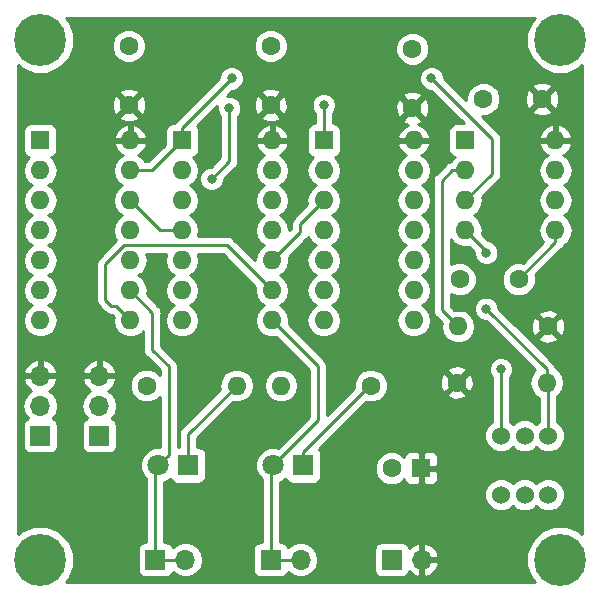
<source format=gbr>
G04 #@! TF.GenerationSoftware,KiCad,Pcbnew,(5.0.0-3-g5ebb6b6)*
G04 #@! TF.CreationDate,2018-08-15T23:13:33+01:00*
G04 #@! TF.ProjectId,clock,636C6F636B2E6B696361645F70636200,0.1*
G04 #@! TF.SameCoordinates,Original*
G04 #@! TF.FileFunction,Copper,L1,Top,Signal*
G04 #@! TF.FilePolarity,Positive*
%FSLAX46Y46*%
G04 Gerber Fmt 4.6, Leading zero omitted, Abs format (unit mm)*
G04 Created by KiCad (PCBNEW (5.0.0-3-g5ebb6b6)) date Wednesday 15 August 2018 at 23:13:33*
%MOMM*%
%LPD*%
G01*
G04 APERTURE LIST*
G04 #@! TA.AperFunction,ComponentPad*
%ADD10C,4.400000*%
G04 #@! TD*
G04 #@! TA.AperFunction,ComponentPad*
%ADD11C,1.600000*%
G04 #@! TD*
G04 #@! TA.AperFunction,ComponentPad*
%ADD12R,1.600000X1.600000*%
G04 #@! TD*
G04 #@! TA.AperFunction,ComponentPad*
%ADD13R,1.800000X1.800000*%
G04 #@! TD*
G04 #@! TA.AperFunction,ComponentPad*
%ADD14C,1.800000*%
G04 #@! TD*
G04 #@! TA.AperFunction,ComponentPad*
%ADD15O,1.700000X1.700000*%
G04 #@! TD*
G04 #@! TA.AperFunction,ComponentPad*
%ADD16R,1.700000X1.700000*%
G04 #@! TD*
G04 #@! TA.AperFunction,ComponentPad*
%ADD17O,1.600000X1.600000*%
G04 #@! TD*
G04 #@! TA.AperFunction,ComponentPad*
%ADD18C,1.524000*%
G04 #@! TD*
G04 #@! TA.AperFunction,ViaPad*
%ADD19C,0.800000*%
G04 #@! TD*
G04 #@! TA.AperFunction,Conductor*
%ADD20C,0.254000*%
G04 #@! TD*
G04 APERTURE END LIST*
D10*
G04 #@! TO.P,REF\002A\002A,1*
G04 #@! TO.N,N/C*
X177000000Y-93000000D03*
G04 #@! TD*
G04 #@! TO.P,REF\002A\002A,1*
G04 #@! TO.N,N/C*
X133000000Y-93000000D03*
G04 #@! TD*
G04 #@! TO.P,REF\002A\002A,1*
G04 #@! TO.N,N/C*
X177000000Y-49000000D03*
G04 #@! TD*
D11*
G04 #@! TO.P,C1,2*
G04 #@! TO.N,VCC*
X140500000Y-54500000D03*
G04 #@! TO.P,C1,1*
G04 #@! TO.N,GND*
X140500000Y-49500000D03*
G04 #@! TD*
G04 #@! TO.P,C2,1*
G04 #@! TO.N,GND*
X152500000Y-49500000D03*
G04 #@! TO.P,C2,2*
G04 #@! TO.N,VCC*
X152500000Y-54500000D03*
G04 #@! TD*
G04 #@! TO.P,C3,2*
G04 #@! TO.N,VCC*
X175500000Y-54000000D03*
G04 #@! TO.P,C3,1*
G04 #@! TO.N,GND*
X170500000Y-54000000D03*
G04 #@! TD*
G04 #@! TO.P,C4,2*
G04 #@! TO.N,GND*
X168500000Y-69250000D03*
G04 #@! TO.P,C4,1*
G04 #@! TO.N,Net-(C4-Pad1)*
X173500000Y-69250000D03*
G04 #@! TD*
G04 #@! TO.P,C5,2*
G04 #@! TO.N,GND*
X162750000Y-85250000D03*
D12*
G04 #@! TO.P,C5,1*
G04 #@! TO.N,VCC*
X165250000Y-85250000D03*
G04 #@! TD*
D11*
G04 #@! TO.P,C6,1*
G04 #@! TO.N,VCC*
X164500000Y-54750000D03*
G04 #@! TO.P,C6,2*
G04 #@! TO.N,GND*
X164500000Y-49750000D03*
G04 #@! TD*
D13*
G04 #@! TO.P,D1,1*
G04 #@! TO.N,Net-(D1-Pad1)*
X145500000Y-85000000D03*
D14*
G04 #@! TO.P,D1,2*
G04 #@! TO.N,/HLT*
X142960000Y-85000000D03*
G04 #@! TD*
G04 #@! TO.P,D2,2*
G04 #@! TO.N,/OUT*
X152710000Y-85000000D03*
D13*
G04 #@! TO.P,D2,1*
G04 #@! TO.N,Net-(D2-Pad1)*
X155250000Y-85000000D03*
G04 #@! TD*
D15*
G04 #@! TO.P,J1,2*
G04 #@! TO.N,/HLT*
X145290000Y-93000000D03*
D16*
G04 #@! TO.P,J1,1*
X142750000Y-93000000D03*
G04 #@! TD*
G04 #@! TO.P,J2,1*
G04 #@! TO.N,/OUT*
X152500000Y-93000000D03*
D15*
G04 #@! TO.P,J2,2*
X155040000Y-93000000D03*
G04 #@! TD*
G04 #@! TO.P,J3,2*
G04 #@! TO.N,VCC*
X165290000Y-93000000D03*
D16*
G04 #@! TO.P,J3,1*
G04 #@! TO.N,GND*
X162750000Y-93000000D03*
G04 #@! TD*
G04 #@! TO.P,J4,1*
G04 #@! TO.N,GND*
X133000000Y-82500000D03*
D15*
G04 #@! TO.P,J4,2*
G04 #@! TO.N,/OSC_A*
X133000000Y-79960000D03*
G04 #@! TO.P,J4,3*
G04 #@! TO.N,VCC*
X133000000Y-77420000D03*
G04 #@! TD*
G04 #@! TO.P,J5,3*
G04 #@! TO.N,VCC*
X138000000Y-77420000D03*
G04 #@! TO.P,J5,2*
G04 #@! TO.N,/OSC_B*
X138000000Y-79960000D03*
D16*
G04 #@! TO.P,J5,1*
G04 #@! TO.N,GND*
X138000000Y-82500000D03*
G04 #@! TD*
D11*
G04 #@! TO.P,R1,1*
G04 #@! TO.N,GND*
X142000000Y-78250000D03*
D17*
G04 #@! TO.P,R1,2*
G04 #@! TO.N,Net-(D1-Pad1)*
X149620000Y-78250000D03*
G04 #@! TD*
G04 #@! TO.P,R2,2*
G04 #@! TO.N,GND*
X153380000Y-78250000D03*
D11*
G04 #@! TO.P,R2,1*
G04 #@! TO.N,Net-(D2-Pad1)*
X161000000Y-78250000D03*
G04 #@! TD*
D17*
G04 #@! TO.P,R3,2*
G04 #@! TO.N,Net-(R3-Pad2)*
X168380000Y-73250000D03*
D11*
G04 #@! TO.P,R3,1*
G04 #@! TO.N,VCC*
X176000000Y-73250000D03*
G04 #@! TD*
G04 #@! TO.P,R4,1*
G04 #@! TO.N,VCC*
X168250000Y-78000000D03*
D17*
G04 #@! TO.P,R4,2*
G04 #@! TO.N,Net-(R4-Pad2)*
X175870000Y-78000000D03*
G04 #@! TD*
D18*
G04 #@! TO.P,SW1,1*
G04 #@! TO.N,Net-(R4-Pad2)*
X176000000Y-82500000D03*
G04 #@! TO.P,SW1,2*
G04 #@! TO.N,GND*
X174000000Y-82500000D03*
G04 #@! TO.P,SW1,3*
G04 #@! TO.N,Net-(R3-Pad2)*
X172000000Y-82500000D03*
G04 #@! TO.P,SW1,4*
G04 #@! TO.N,N/C*
X176000000Y-87500000D03*
G04 #@! TO.P,SW1,5*
X174000000Y-87500000D03*
G04 #@! TO.P,SW1,6*
X172000000Y-87500000D03*
G04 #@! TD*
D12*
G04 #@! TO.P,U1,1*
G04 #@! TO.N,N/C*
X133000000Y-57500000D03*
D17*
G04 #@! TO.P,U1,8*
G04 #@! TO.N,Net-(U1-Pad8)*
X140620000Y-72740000D03*
G04 #@! TO.P,U1,2*
G04 #@! TO.N,N/C*
X133000000Y-60040000D03*
G04 #@! TO.P,U1,9*
G04 #@! TO.N,/HLT*
X140620000Y-70200000D03*
G04 #@! TO.P,U1,3*
G04 #@! TO.N,N/C*
X133000000Y-62580000D03*
G04 #@! TO.P,U1,10*
X140620000Y-67660000D03*
G04 #@! TO.P,U1,4*
X133000000Y-65120000D03*
G04 #@! TO.P,U1,11*
X140620000Y-65120000D03*
G04 #@! TO.P,U1,5*
X133000000Y-67660000D03*
G04 #@! TO.P,U1,12*
G04 #@! TO.N,Net-(U1-Pad12)*
X140620000Y-62580000D03*
G04 #@! TO.P,U1,6*
G04 #@! TO.N,N/C*
X133000000Y-70200000D03*
G04 #@! TO.P,U1,13*
G04 #@! TO.N,/SEL*
X140620000Y-60040000D03*
G04 #@! TO.P,U1,7*
G04 #@! TO.N,GND*
X133000000Y-72740000D03*
G04 #@! TO.P,U1,14*
G04 #@! TO.N,VCC*
X140620000Y-57500000D03*
G04 #@! TD*
G04 #@! TO.P,U2,14*
G04 #@! TO.N,VCC*
X152620000Y-57500000D03*
G04 #@! TO.P,U2,7*
G04 #@! TO.N,GND*
X145000000Y-72740000D03*
G04 #@! TO.P,U2,13*
G04 #@! TO.N,N/C*
X152620000Y-60040000D03*
G04 #@! TO.P,U2,6*
G04 #@! TO.N,Net-(U2-Pad6)*
X145000000Y-70200000D03*
G04 #@! TO.P,U2,12*
G04 #@! TO.N,N/C*
X152620000Y-62580000D03*
G04 #@! TO.P,U2,5*
G04 #@! TO.N,/OSC_B*
X145000000Y-67660000D03*
G04 #@! TO.P,U2,11*
G04 #@! TO.N,N/C*
X152620000Y-65120000D03*
G04 #@! TO.P,U2,4*
G04 #@! TO.N,Net-(U1-Pad12)*
X145000000Y-65120000D03*
G04 #@! TO.P,U2,10*
G04 #@! TO.N,Net-(U2-Pad10)*
X152620000Y-67660000D03*
G04 #@! TO.P,U2,3*
G04 #@! TO.N,Net-(U2-Pad3)*
X145000000Y-62580000D03*
G04 #@! TO.P,U2,9*
G04 #@! TO.N,Net-(U1-Pad8)*
X152620000Y-70200000D03*
G04 #@! TO.P,U2,2*
G04 #@! TO.N,/OSC_A*
X145000000Y-60040000D03*
G04 #@! TO.P,U2,8*
G04 #@! TO.N,/OUT*
X152620000Y-72740000D03*
D12*
G04 #@! TO.P,U2,1*
G04 #@! TO.N,/SEL*
X145000000Y-57500000D03*
G04 #@! TD*
D17*
G04 #@! TO.P,U3,14*
G04 #@! TO.N,VCC*
X164620000Y-57500000D03*
G04 #@! TO.P,U3,7*
G04 #@! TO.N,GND*
X157000000Y-72740000D03*
G04 #@! TO.P,U3,13*
G04 #@! TO.N,N/C*
X164620000Y-60040000D03*
G04 #@! TO.P,U3,6*
X157000000Y-70200000D03*
G04 #@! TO.P,U3,12*
X164620000Y-62580000D03*
G04 #@! TO.P,U3,5*
X157000000Y-67660000D03*
G04 #@! TO.P,U3,11*
X164620000Y-65120000D03*
G04 #@! TO.P,U3,4*
X157000000Y-65120000D03*
G04 #@! TO.P,U3,10*
X164620000Y-67660000D03*
G04 #@! TO.P,U3,3*
G04 #@! TO.N,Net-(U2-Pad10)*
X157000000Y-62580000D03*
G04 #@! TO.P,U3,9*
G04 #@! TO.N,N/C*
X164620000Y-70200000D03*
G04 #@! TO.P,U3,2*
G04 #@! TO.N,Net-(U2-Pad6)*
X157000000Y-60040000D03*
G04 #@! TO.P,U3,8*
G04 #@! TO.N,N/C*
X164620000Y-72740000D03*
D12*
G04 #@! TO.P,U3,1*
G04 #@! TO.N,Net-(U2-Pad3)*
X157000000Y-57500000D03*
G04 #@! TD*
D17*
G04 #@! TO.P,U4,8*
G04 #@! TO.N,VCC*
X176620000Y-57500000D03*
G04 #@! TO.P,U4,4*
G04 #@! TO.N,Net-(R4-Pad2)*
X169000000Y-65120000D03*
G04 #@! TO.P,U4,7*
G04 #@! TO.N,N/C*
X176620000Y-60040000D03*
G04 #@! TO.P,U4,3*
G04 #@! TO.N,/SEL*
X169000000Y-62580000D03*
G04 #@! TO.P,U4,6*
G04 #@! TO.N,GND*
X176620000Y-62580000D03*
G04 #@! TO.P,U4,2*
G04 #@! TO.N,Net-(R3-Pad2)*
X169000000Y-60040000D03*
G04 #@! TO.P,U4,5*
G04 #@! TO.N,Net-(C4-Pad1)*
X176620000Y-65120000D03*
D12*
G04 #@! TO.P,U4,1*
G04 #@! TO.N,GND*
X169000000Y-57500000D03*
G04 #@! TD*
D10*
G04 #@! TO.P,REF\002A\002A,1*
G04 #@! TO.N,N/C*
X133000000Y-49000000D03*
G04 #@! TD*
D19*
G04 #@! TO.N,Net-(R3-Pad2)*
X172000000Y-76870000D03*
G04 #@! TO.N,Net-(R4-Pad2)*
X170751370Y-71750000D03*
X170750000Y-67000000D03*
G04 #@! TO.N,/SEL*
X149196000Y-52250000D03*
X166118602Y-52250000D03*
G04 #@! TO.N,Net-(U2-Pad3)*
X157000000Y-54500000D03*
X149000000Y-54750000D03*
X147500000Y-60750000D03*
G04 #@! TD*
D20*
G04 #@! TO.N,Net-(C4-Pad1)*
X176620000Y-66130000D02*
X176620000Y-65120000D01*
X173500000Y-69250000D02*
X176620000Y-66130000D01*
G04 #@! TO.N,Net-(D1-Pad1)*
X145500000Y-82370000D02*
X145500000Y-85000000D01*
X149620000Y-78250000D02*
X145500000Y-82370000D01*
G04 #@! TO.N,/HLT*
X144087919Y-93000000D02*
X142750000Y-93000000D01*
X145290000Y-93000000D02*
X144087919Y-93000000D01*
X142750000Y-85210000D02*
X142960000Y-85000000D01*
X142750000Y-93000000D02*
X142750000Y-85210000D01*
X143859999Y-84100001D02*
X143859999Y-76609999D01*
X142960000Y-85000000D02*
X143859999Y-84100001D01*
X143859999Y-76609999D02*
X142500000Y-75250000D01*
X142500000Y-72080000D02*
X140620000Y-70200000D01*
X142500000Y-75250000D02*
X142500000Y-72080000D01*
G04 #@! TO.N,/OUT*
X153837919Y-93000000D02*
X152500000Y-93000000D01*
X155040000Y-93000000D02*
X153837919Y-93000000D01*
X152500000Y-85210000D02*
X152710000Y-85000000D01*
X152500000Y-93000000D02*
X152500000Y-85210000D01*
X156500000Y-76620000D02*
X152620000Y-72740000D01*
X156500000Y-81210000D02*
X156500000Y-76620000D01*
X152710000Y-85000000D02*
X156500000Y-81210000D01*
G04 #@! TO.N,Net-(D2-Pad1)*
X160846000Y-78250000D02*
X161000000Y-78250000D01*
X155250000Y-83846000D02*
X160846000Y-78250000D01*
X155250000Y-85000000D02*
X155250000Y-83846000D01*
G04 #@! TO.N,Net-(R3-Pad2)*
X172000000Y-82500000D02*
X172000000Y-76870000D01*
X167000000Y-71870000D02*
X168380000Y-73250000D01*
X167868630Y-60040000D02*
X167000000Y-60908630D01*
X167000000Y-60908630D02*
X167000000Y-71870000D01*
X169000000Y-60040000D02*
X167868630Y-60040000D01*
X172000000Y-76870000D02*
X172000000Y-76870000D01*
G04 #@! TO.N,Net-(R4-Pad2)*
X176000000Y-78130000D02*
X175870000Y-78000000D01*
X176000000Y-82500000D02*
X176000000Y-78130000D01*
X175870000Y-76868630D02*
X170751370Y-71750000D01*
X175870000Y-78000000D02*
X175870000Y-76868630D01*
X170630000Y-66750000D02*
X169000000Y-65120000D01*
X170750000Y-66750000D02*
X170630000Y-66750000D01*
X170751370Y-71750000D02*
X170750000Y-71748630D01*
G04 #@! TO.N,/SEL*
X142460000Y-60040000D02*
X145000000Y-57500000D01*
X140620000Y-60040000D02*
X142460000Y-60040000D01*
X171250000Y-60330000D02*
X169000000Y-62580000D01*
X171250000Y-57381398D02*
X171250000Y-60330000D01*
X145000000Y-56446000D02*
X149196000Y-52250000D01*
X166118602Y-52250000D02*
X166118602Y-52250000D01*
X145000000Y-57500000D02*
X145000000Y-56446000D01*
X149196000Y-52250000D02*
X149196000Y-52250000D01*
X166118602Y-52250000D02*
X171250000Y-57381398D01*
G04 #@! TO.N,Net-(U2-Pad10)*
X157000000Y-62580000D02*
X155000000Y-64580000D01*
X155000000Y-65280000D02*
X152620000Y-67660000D01*
X155000000Y-64580000D02*
X155000000Y-65280000D01*
G04 #@! TO.N,Net-(U2-Pad3)*
X157000000Y-54500000D02*
X157000000Y-54500000D01*
X157000000Y-54500000D02*
X157000000Y-57500000D01*
X149000000Y-54750000D02*
X149000000Y-54500000D01*
X149000000Y-58580000D02*
X149000000Y-54750000D01*
X149000000Y-59250000D02*
X149000000Y-58580000D01*
X147500000Y-60750000D02*
X149000000Y-59250000D01*
G04 #@! TO.N,Net-(U1-Pad8)*
X140117037Y-66347001D02*
X138500000Y-67964038D01*
X148767001Y-66347001D02*
X140117037Y-66347001D01*
X152620000Y-70200000D02*
X148767001Y-66347001D01*
X138500000Y-67964038D02*
X138500000Y-71000000D01*
X138500000Y-71000000D02*
X139000000Y-71500000D01*
X139380000Y-71500000D02*
X140620000Y-72740000D01*
X139000000Y-71500000D02*
X139380000Y-71500000D01*
G04 #@! TO.N,Net-(U1-Pad12)*
X143160000Y-65120000D02*
X145000000Y-65120000D01*
X140620000Y-62580000D02*
X143160000Y-65120000D01*
G04 #@! TD*
G04 #@! TO.N,VCC*
G36*
X174596603Y-47394101D02*
X174165000Y-48436083D01*
X174165000Y-49563917D01*
X174596603Y-50605899D01*
X175394101Y-51403397D01*
X176436083Y-51835000D01*
X177563917Y-51835000D01*
X178605899Y-51403397D01*
X178873000Y-51136296D01*
X178873000Y-90863704D01*
X178605899Y-90596603D01*
X177563917Y-90165000D01*
X176436083Y-90165000D01*
X175394101Y-90596603D01*
X174596603Y-91394101D01*
X174165000Y-92436083D01*
X174165000Y-93563917D01*
X174596603Y-94605899D01*
X174863704Y-94873000D01*
X135136296Y-94873000D01*
X135403397Y-94605899D01*
X135835000Y-93563917D01*
X135835000Y-92436083D01*
X135403397Y-91394101D01*
X134605899Y-90596603D01*
X133563917Y-90165000D01*
X132436083Y-90165000D01*
X131394101Y-90596603D01*
X131127000Y-90863704D01*
X131127000Y-79960000D01*
X131485908Y-79960000D01*
X131601161Y-80539418D01*
X131929375Y-81030625D01*
X131947619Y-81042816D01*
X131902235Y-81051843D01*
X131692191Y-81192191D01*
X131551843Y-81402235D01*
X131502560Y-81650000D01*
X131502560Y-83350000D01*
X131551843Y-83597765D01*
X131692191Y-83807809D01*
X131902235Y-83948157D01*
X132150000Y-83997440D01*
X133850000Y-83997440D01*
X134097765Y-83948157D01*
X134307809Y-83807809D01*
X134448157Y-83597765D01*
X134497440Y-83350000D01*
X134497440Y-81650000D01*
X134448157Y-81402235D01*
X134307809Y-81192191D01*
X134097765Y-81051843D01*
X134052381Y-81042816D01*
X134070625Y-81030625D01*
X134398839Y-80539418D01*
X134514092Y-79960000D01*
X136485908Y-79960000D01*
X136601161Y-80539418D01*
X136929375Y-81030625D01*
X136947619Y-81042816D01*
X136902235Y-81051843D01*
X136692191Y-81192191D01*
X136551843Y-81402235D01*
X136502560Y-81650000D01*
X136502560Y-83350000D01*
X136551843Y-83597765D01*
X136692191Y-83807809D01*
X136902235Y-83948157D01*
X137150000Y-83997440D01*
X138850000Y-83997440D01*
X139097765Y-83948157D01*
X139307809Y-83807809D01*
X139448157Y-83597765D01*
X139497440Y-83350000D01*
X139497440Y-81650000D01*
X139448157Y-81402235D01*
X139307809Y-81192191D01*
X139097765Y-81051843D01*
X139052381Y-81042816D01*
X139070625Y-81030625D01*
X139398839Y-80539418D01*
X139514092Y-79960000D01*
X139398839Y-79380582D01*
X139070625Y-78889375D01*
X138751522Y-78676157D01*
X138881358Y-78615183D01*
X139271645Y-78186924D01*
X139441476Y-77776890D01*
X139320155Y-77547000D01*
X138127000Y-77547000D01*
X138127000Y-77567000D01*
X137873000Y-77567000D01*
X137873000Y-77547000D01*
X136679845Y-77547000D01*
X136558524Y-77776890D01*
X136728355Y-78186924D01*
X137118642Y-78615183D01*
X137248478Y-78676157D01*
X136929375Y-78889375D01*
X136601161Y-79380582D01*
X136485908Y-79960000D01*
X134514092Y-79960000D01*
X134398839Y-79380582D01*
X134070625Y-78889375D01*
X133751522Y-78676157D01*
X133881358Y-78615183D01*
X134271645Y-78186924D01*
X134441476Y-77776890D01*
X134320155Y-77547000D01*
X133127000Y-77547000D01*
X133127000Y-77567000D01*
X132873000Y-77567000D01*
X132873000Y-77547000D01*
X131679845Y-77547000D01*
X131558524Y-77776890D01*
X131728355Y-78186924D01*
X132118642Y-78615183D01*
X132248478Y-78676157D01*
X131929375Y-78889375D01*
X131601161Y-79380582D01*
X131485908Y-79960000D01*
X131127000Y-79960000D01*
X131127000Y-77063110D01*
X131558524Y-77063110D01*
X131679845Y-77293000D01*
X132873000Y-77293000D01*
X132873000Y-76099181D01*
X133127000Y-76099181D01*
X133127000Y-77293000D01*
X134320155Y-77293000D01*
X134441476Y-77063110D01*
X136558524Y-77063110D01*
X136679845Y-77293000D01*
X137873000Y-77293000D01*
X137873000Y-76099181D01*
X138127000Y-76099181D01*
X138127000Y-77293000D01*
X139320155Y-77293000D01*
X139441476Y-77063110D01*
X139271645Y-76653076D01*
X138881358Y-76224817D01*
X138356892Y-75978514D01*
X138127000Y-76099181D01*
X137873000Y-76099181D01*
X137643108Y-75978514D01*
X137118642Y-76224817D01*
X136728355Y-76653076D01*
X136558524Y-77063110D01*
X134441476Y-77063110D01*
X134271645Y-76653076D01*
X133881358Y-76224817D01*
X133356892Y-75978514D01*
X133127000Y-76099181D01*
X132873000Y-76099181D01*
X132643108Y-75978514D01*
X132118642Y-76224817D01*
X131728355Y-76653076D01*
X131558524Y-77063110D01*
X131127000Y-77063110D01*
X131127000Y-60040000D01*
X131536887Y-60040000D01*
X131648260Y-60599909D01*
X131965423Y-61074577D01*
X132317758Y-61310000D01*
X131965423Y-61545423D01*
X131648260Y-62020091D01*
X131536887Y-62580000D01*
X131648260Y-63139909D01*
X131965423Y-63614577D01*
X132317758Y-63850000D01*
X131965423Y-64085423D01*
X131648260Y-64560091D01*
X131536887Y-65120000D01*
X131648260Y-65679909D01*
X131965423Y-66154577D01*
X132317758Y-66390000D01*
X131965423Y-66625423D01*
X131648260Y-67100091D01*
X131536887Y-67660000D01*
X131648260Y-68219909D01*
X131965423Y-68694577D01*
X132317758Y-68930000D01*
X131965423Y-69165423D01*
X131648260Y-69640091D01*
X131536887Y-70200000D01*
X131648260Y-70759909D01*
X131965423Y-71234577D01*
X132317758Y-71470000D01*
X131965423Y-71705423D01*
X131648260Y-72180091D01*
X131536887Y-72740000D01*
X131648260Y-73299909D01*
X131965423Y-73774577D01*
X132440091Y-74091740D01*
X132858667Y-74175000D01*
X133141333Y-74175000D01*
X133559909Y-74091740D01*
X134034577Y-73774577D01*
X134351740Y-73299909D01*
X134463113Y-72740000D01*
X134351740Y-72180091D01*
X134034577Y-71705423D01*
X133682242Y-71470000D01*
X134034577Y-71234577D01*
X134351740Y-70759909D01*
X134463113Y-70200000D01*
X134351740Y-69640091D01*
X134034577Y-69165423D01*
X133682242Y-68930000D01*
X134034577Y-68694577D01*
X134351740Y-68219909D01*
X134402635Y-67964038D01*
X137723073Y-67964038D01*
X137738000Y-68039081D01*
X137738001Y-70924952D01*
X137723073Y-71000000D01*
X137782213Y-71297317D01*
X137886025Y-71452682D01*
X137950630Y-71549371D01*
X138014251Y-71591881D01*
X138408117Y-71985748D01*
X138450629Y-72049371D01*
X138702683Y-72217788D01*
X138924952Y-72262000D01*
X138924953Y-72262000D01*
X139000000Y-72276928D01*
X139066141Y-72263772D01*
X139220843Y-72418473D01*
X139156887Y-72740000D01*
X139268260Y-73299909D01*
X139585423Y-73774577D01*
X140060091Y-74091740D01*
X140478667Y-74175000D01*
X140761333Y-74175000D01*
X141179909Y-74091740D01*
X141654577Y-73774577D01*
X141738001Y-73649725D01*
X141738000Y-75174957D01*
X141723073Y-75250000D01*
X141738000Y-75325043D01*
X141738000Y-75325047D01*
X141782212Y-75547316D01*
X141950629Y-75799371D01*
X142014253Y-75841883D01*
X143098000Y-76925631D01*
X143098000Y-77318604D01*
X142812862Y-77033466D01*
X142285439Y-76815000D01*
X141714561Y-76815000D01*
X141187138Y-77033466D01*
X140783466Y-77437138D01*
X140565000Y-77964561D01*
X140565000Y-78535439D01*
X140783466Y-79062862D01*
X141187138Y-79466534D01*
X141714561Y-79685000D01*
X142285439Y-79685000D01*
X142812862Y-79466534D01*
X143098000Y-79181396D01*
X143097999Y-83465000D01*
X142654670Y-83465000D01*
X142090493Y-83698690D01*
X141658690Y-84130493D01*
X141425000Y-84694670D01*
X141425000Y-85305330D01*
X141658690Y-85869507D01*
X141988001Y-86198818D01*
X141988000Y-91502560D01*
X141900000Y-91502560D01*
X141652235Y-91551843D01*
X141442191Y-91692191D01*
X141301843Y-91902235D01*
X141252560Y-92150000D01*
X141252560Y-93850000D01*
X141301843Y-94097765D01*
X141442191Y-94307809D01*
X141652235Y-94448157D01*
X141900000Y-94497440D01*
X143600000Y-94497440D01*
X143847765Y-94448157D01*
X144057809Y-94307809D01*
X144198157Y-94097765D01*
X144207184Y-94052381D01*
X144219375Y-94070625D01*
X144710582Y-94398839D01*
X145143744Y-94485000D01*
X145436256Y-94485000D01*
X145869418Y-94398839D01*
X146360625Y-94070625D01*
X146688839Y-93579418D01*
X146804092Y-93000000D01*
X146688839Y-92420582D01*
X146360625Y-91929375D01*
X145869418Y-91601161D01*
X145436256Y-91515000D01*
X145143744Y-91515000D01*
X144710582Y-91601161D01*
X144219375Y-91929375D01*
X144207184Y-91947619D01*
X144198157Y-91902235D01*
X144057809Y-91692191D01*
X143847765Y-91551843D01*
X143600000Y-91502560D01*
X143512000Y-91502560D01*
X143512000Y-86432826D01*
X143829507Y-86301310D01*
X143998725Y-86132092D01*
X144001843Y-86147765D01*
X144142191Y-86357809D01*
X144352235Y-86498157D01*
X144600000Y-86547440D01*
X146400000Y-86547440D01*
X146647765Y-86498157D01*
X146857809Y-86357809D01*
X146998157Y-86147765D01*
X147047440Y-85900000D01*
X147047440Y-84100000D01*
X146998157Y-83852235D01*
X146857809Y-83642191D01*
X146647765Y-83501843D01*
X146400000Y-83452560D01*
X146262000Y-83452560D01*
X146262000Y-82685630D01*
X149298474Y-79649157D01*
X149478667Y-79685000D01*
X149761333Y-79685000D01*
X150179909Y-79601740D01*
X150654577Y-79284577D01*
X150971740Y-78809909D01*
X151083113Y-78250000D01*
X151916887Y-78250000D01*
X152028260Y-78809909D01*
X152345423Y-79284577D01*
X152820091Y-79601740D01*
X153238667Y-79685000D01*
X153521333Y-79685000D01*
X153939909Y-79601740D01*
X154414577Y-79284577D01*
X154731740Y-78809909D01*
X154843113Y-78250000D01*
X154731740Y-77690091D01*
X154414577Y-77215423D01*
X153939909Y-76898260D01*
X153521333Y-76815000D01*
X153238667Y-76815000D01*
X152820091Y-76898260D01*
X152345423Y-77215423D01*
X152028260Y-77690091D01*
X151916887Y-78250000D01*
X151083113Y-78250000D01*
X150971740Y-77690091D01*
X150654577Y-77215423D01*
X150179909Y-76898260D01*
X149761333Y-76815000D01*
X149478667Y-76815000D01*
X149060091Y-76898260D01*
X148585423Y-77215423D01*
X148268260Y-77690091D01*
X148156887Y-78250000D01*
X148220843Y-78571527D01*
X145014253Y-81778117D01*
X144950629Y-81820629D01*
X144782212Y-82072684D01*
X144738000Y-82294953D01*
X144738000Y-82294957D01*
X144723073Y-82370000D01*
X144738000Y-82445043D01*
X144738000Y-83452560D01*
X144621999Y-83452560D01*
X144621999Y-76685041D01*
X144636926Y-76609998D01*
X144621999Y-76534955D01*
X144621999Y-76534951D01*
X144577787Y-76312682D01*
X144493447Y-76186458D01*
X144451881Y-76124250D01*
X144409370Y-76060628D01*
X144345748Y-76018117D01*
X143262000Y-74934370D01*
X143262000Y-72155042D01*
X143276927Y-72079999D01*
X143262000Y-72004956D01*
X143262000Y-72004952D01*
X143217788Y-71782683D01*
X143049371Y-71530629D01*
X142985746Y-71488116D01*
X142019157Y-70521527D01*
X142083113Y-70200000D01*
X141971740Y-69640091D01*
X141654577Y-69165423D01*
X141302242Y-68930000D01*
X141654577Y-68694577D01*
X141971740Y-68219909D01*
X142083113Y-67660000D01*
X141973512Y-67109001D01*
X143646488Y-67109001D01*
X143536887Y-67660000D01*
X143648260Y-68219909D01*
X143965423Y-68694577D01*
X144317758Y-68930000D01*
X143965423Y-69165423D01*
X143648260Y-69640091D01*
X143536887Y-70200000D01*
X143648260Y-70759909D01*
X143965423Y-71234577D01*
X144317758Y-71470000D01*
X143965423Y-71705423D01*
X143648260Y-72180091D01*
X143536887Y-72740000D01*
X143648260Y-73299909D01*
X143965423Y-73774577D01*
X144440091Y-74091740D01*
X144858667Y-74175000D01*
X145141333Y-74175000D01*
X145559909Y-74091740D01*
X146034577Y-73774577D01*
X146351740Y-73299909D01*
X146463113Y-72740000D01*
X146351740Y-72180091D01*
X146034577Y-71705423D01*
X145682242Y-71470000D01*
X146034577Y-71234577D01*
X146351740Y-70759909D01*
X146463113Y-70200000D01*
X146351740Y-69640091D01*
X146034577Y-69165423D01*
X145682242Y-68930000D01*
X146034577Y-68694577D01*
X146351740Y-68219909D01*
X146463113Y-67660000D01*
X146353512Y-67109001D01*
X148451371Y-67109001D01*
X151220843Y-69878473D01*
X151156887Y-70200000D01*
X151268260Y-70759909D01*
X151585423Y-71234577D01*
X151937758Y-71470000D01*
X151585423Y-71705423D01*
X151268260Y-72180091D01*
X151156887Y-72740000D01*
X151268260Y-73299909D01*
X151585423Y-73774577D01*
X152060091Y-74091740D01*
X152478667Y-74175000D01*
X152761333Y-74175000D01*
X152941527Y-74139157D01*
X155738001Y-76935632D01*
X155738000Y-80894369D01*
X153122838Y-83509531D01*
X153015330Y-83465000D01*
X152404670Y-83465000D01*
X151840493Y-83698690D01*
X151408690Y-84130493D01*
X151175000Y-84694670D01*
X151175000Y-85305330D01*
X151408690Y-85869507D01*
X151738001Y-86198818D01*
X151738000Y-91502560D01*
X151650000Y-91502560D01*
X151402235Y-91551843D01*
X151192191Y-91692191D01*
X151051843Y-91902235D01*
X151002560Y-92150000D01*
X151002560Y-93850000D01*
X151051843Y-94097765D01*
X151192191Y-94307809D01*
X151402235Y-94448157D01*
X151650000Y-94497440D01*
X153350000Y-94497440D01*
X153597765Y-94448157D01*
X153807809Y-94307809D01*
X153948157Y-94097765D01*
X153957184Y-94052381D01*
X153969375Y-94070625D01*
X154460582Y-94398839D01*
X154893744Y-94485000D01*
X155186256Y-94485000D01*
X155619418Y-94398839D01*
X156110625Y-94070625D01*
X156438839Y-93579418D01*
X156554092Y-93000000D01*
X156438839Y-92420582D01*
X156258042Y-92150000D01*
X161252560Y-92150000D01*
X161252560Y-93850000D01*
X161301843Y-94097765D01*
X161442191Y-94307809D01*
X161652235Y-94448157D01*
X161900000Y-94497440D01*
X163600000Y-94497440D01*
X163847765Y-94448157D01*
X164057809Y-94307809D01*
X164198157Y-94097765D01*
X164218739Y-93994292D01*
X164523076Y-94271645D01*
X164933110Y-94441476D01*
X165163000Y-94320155D01*
X165163000Y-93127000D01*
X165417000Y-93127000D01*
X165417000Y-94320155D01*
X165646890Y-94441476D01*
X166056924Y-94271645D01*
X166485183Y-93881358D01*
X166731486Y-93356892D01*
X166610819Y-93127000D01*
X165417000Y-93127000D01*
X165163000Y-93127000D01*
X165143000Y-93127000D01*
X165143000Y-92873000D01*
X165163000Y-92873000D01*
X165163000Y-91679845D01*
X165417000Y-91679845D01*
X165417000Y-92873000D01*
X166610819Y-92873000D01*
X166731486Y-92643108D01*
X166485183Y-92118642D01*
X166056924Y-91728355D01*
X165646890Y-91558524D01*
X165417000Y-91679845D01*
X165163000Y-91679845D01*
X164933110Y-91558524D01*
X164523076Y-91728355D01*
X164218739Y-92005708D01*
X164198157Y-91902235D01*
X164057809Y-91692191D01*
X163847765Y-91551843D01*
X163600000Y-91502560D01*
X161900000Y-91502560D01*
X161652235Y-91551843D01*
X161442191Y-91692191D01*
X161301843Y-91902235D01*
X161252560Y-92150000D01*
X156258042Y-92150000D01*
X156110625Y-91929375D01*
X155619418Y-91601161D01*
X155186256Y-91515000D01*
X154893744Y-91515000D01*
X154460582Y-91601161D01*
X153969375Y-91929375D01*
X153957184Y-91947619D01*
X153948157Y-91902235D01*
X153807809Y-91692191D01*
X153597765Y-91551843D01*
X153350000Y-91502560D01*
X153262000Y-91502560D01*
X153262000Y-87222119D01*
X170603000Y-87222119D01*
X170603000Y-87777881D01*
X170815680Y-88291337D01*
X171208663Y-88684320D01*
X171722119Y-88897000D01*
X172277881Y-88897000D01*
X172791337Y-88684320D01*
X173000000Y-88475657D01*
X173208663Y-88684320D01*
X173722119Y-88897000D01*
X174277881Y-88897000D01*
X174791337Y-88684320D01*
X175000000Y-88475657D01*
X175208663Y-88684320D01*
X175722119Y-88897000D01*
X176277881Y-88897000D01*
X176791337Y-88684320D01*
X177184320Y-88291337D01*
X177397000Y-87777881D01*
X177397000Y-87222119D01*
X177184320Y-86708663D01*
X176791337Y-86315680D01*
X176277881Y-86103000D01*
X175722119Y-86103000D01*
X175208663Y-86315680D01*
X175000000Y-86524343D01*
X174791337Y-86315680D01*
X174277881Y-86103000D01*
X173722119Y-86103000D01*
X173208663Y-86315680D01*
X173000000Y-86524343D01*
X172791337Y-86315680D01*
X172277881Y-86103000D01*
X171722119Y-86103000D01*
X171208663Y-86315680D01*
X170815680Y-86708663D01*
X170603000Y-87222119D01*
X153262000Y-87222119D01*
X153262000Y-86432826D01*
X153579507Y-86301310D01*
X153748725Y-86132092D01*
X153751843Y-86147765D01*
X153892191Y-86357809D01*
X154102235Y-86498157D01*
X154350000Y-86547440D01*
X156150000Y-86547440D01*
X156397765Y-86498157D01*
X156607809Y-86357809D01*
X156748157Y-86147765D01*
X156797440Y-85900000D01*
X156797440Y-84964561D01*
X161315000Y-84964561D01*
X161315000Y-85535439D01*
X161533466Y-86062862D01*
X161937138Y-86466534D01*
X162464561Y-86685000D01*
X163035439Y-86685000D01*
X163562862Y-86466534D01*
X163826155Y-86203241D01*
X163911673Y-86409699D01*
X164090302Y-86588327D01*
X164323691Y-86685000D01*
X164964250Y-86685000D01*
X165123000Y-86526250D01*
X165123000Y-85377000D01*
X165377000Y-85377000D01*
X165377000Y-86526250D01*
X165535750Y-86685000D01*
X166176309Y-86685000D01*
X166409698Y-86588327D01*
X166588327Y-86409699D01*
X166685000Y-86176310D01*
X166685000Y-85535750D01*
X166526250Y-85377000D01*
X165377000Y-85377000D01*
X165123000Y-85377000D01*
X165103000Y-85377000D01*
X165103000Y-85123000D01*
X165123000Y-85123000D01*
X165123000Y-83973750D01*
X165377000Y-83973750D01*
X165377000Y-85123000D01*
X166526250Y-85123000D01*
X166685000Y-84964250D01*
X166685000Y-84323690D01*
X166588327Y-84090301D01*
X166409698Y-83911673D01*
X166176309Y-83815000D01*
X165535750Y-83815000D01*
X165377000Y-83973750D01*
X165123000Y-83973750D01*
X164964250Y-83815000D01*
X164323691Y-83815000D01*
X164090302Y-83911673D01*
X163911673Y-84090301D01*
X163826155Y-84296759D01*
X163562862Y-84033466D01*
X163035439Y-83815000D01*
X162464561Y-83815000D01*
X161937138Y-84033466D01*
X161533466Y-84437138D01*
X161315000Y-84964561D01*
X156797440Y-84964561D01*
X156797440Y-84100000D01*
X156748157Y-83852235D01*
X156607809Y-83642191D01*
X156562029Y-83611601D01*
X160554804Y-79618827D01*
X160714561Y-79685000D01*
X161285439Y-79685000D01*
X161812862Y-79466534D01*
X162216534Y-79062862D01*
X162239364Y-79007745D01*
X167421861Y-79007745D01*
X167495995Y-79253864D01*
X168033223Y-79446965D01*
X168603454Y-79419778D01*
X169004005Y-79253864D01*
X169078139Y-79007745D01*
X168250000Y-78179605D01*
X167421861Y-79007745D01*
X162239364Y-79007745D01*
X162435000Y-78535439D01*
X162435000Y-77964561D01*
X162359888Y-77783223D01*
X166803035Y-77783223D01*
X166830222Y-78353454D01*
X166996136Y-78754005D01*
X167242255Y-78828139D01*
X168070395Y-78000000D01*
X168429605Y-78000000D01*
X169257745Y-78828139D01*
X169503864Y-78754005D01*
X169696965Y-78216777D01*
X169669778Y-77646546D01*
X169503864Y-77245995D01*
X169257745Y-77171861D01*
X168429605Y-78000000D01*
X168070395Y-78000000D01*
X167242255Y-77171861D01*
X166996136Y-77245995D01*
X166803035Y-77783223D01*
X162359888Y-77783223D01*
X162216534Y-77437138D01*
X161812862Y-77033466D01*
X161713370Y-76992255D01*
X167421861Y-76992255D01*
X168250000Y-77820395D01*
X169078139Y-76992255D01*
X169004005Y-76746136D01*
X168466777Y-76553035D01*
X167896546Y-76580222D01*
X167495995Y-76746136D01*
X167421861Y-76992255D01*
X161713370Y-76992255D01*
X161285439Y-76815000D01*
X160714561Y-76815000D01*
X160187138Y-77033466D01*
X159783466Y-77437138D01*
X159565000Y-77964561D01*
X159565000Y-78453369D01*
X157262000Y-80756370D01*
X157262000Y-76695047D01*
X157276928Y-76620000D01*
X157262000Y-76544952D01*
X157217788Y-76322683D01*
X157049371Y-76070629D01*
X156985749Y-76028118D01*
X154019157Y-73061527D01*
X154083113Y-72740000D01*
X153971740Y-72180091D01*
X153654577Y-71705423D01*
X153302242Y-71470000D01*
X153654577Y-71234577D01*
X153971740Y-70759909D01*
X154083113Y-70200000D01*
X153971740Y-69640091D01*
X153654577Y-69165423D01*
X153302242Y-68930000D01*
X153654577Y-68694577D01*
X153971740Y-68219909D01*
X154083113Y-67660000D01*
X154019157Y-67338473D01*
X155485749Y-65871882D01*
X155549371Y-65829371D01*
X155648749Y-65680641D01*
X155965423Y-66154577D01*
X156317758Y-66390000D01*
X155965423Y-66625423D01*
X155648260Y-67100091D01*
X155536887Y-67660000D01*
X155648260Y-68219909D01*
X155965423Y-68694577D01*
X156317758Y-68930000D01*
X155965423Y-69165423D01*
X155648260Y-69640091D01*
X155536887Y-70200000D01*
X155648260Y-70759909D01*
X155965423Y-71234577D01*
X156317758Y-71470000D01*
X155965423Y-71705423D01*
X155648260Y-72180091D01*
X155536887Y-72740000D01*
X155648260Y-73299909D01*
X155965423Y-73774577D01*
X156440091Y-74091740D01*
X156858667Y-74175000D01*
X157141333Y-74175000D01*
X157559909Y-74091740D01*
X158034577Y-73774577D01*
X158351740Y-73299909D01*
X158463113Y-72740000D01*
X158351740Y-72180091D01*
X158034577Y-71705423D01*
X157682242Y-71470000D01*
X158034577Y-71234577D01*
X158351740Y-70759909D01*
X158463113Y-70200000D01*
X158351740Y-69640091D01*
X158034577Y-69165423D01*
X157682242Y-68930000D01*
X158034577Y-68694577D01*
X158351740Y-68219909D01*
X158463113Y-67660000D01*
X158351740Y-67100091D01*
X158034577Y-66625423D01*
X157682242Y-66390000D01*
X158034577Y-66154577D01*
X158351740Y-65679909D01*
X158463113Y-65120000D01*
X158351740Y-64560091D01*
X158034577Y-64085423D01*
X157682242Y-63850000D01*
X158034577Y-63614577D01*
X158351740Y-63139909D01*
X158463113Y-62580000D01*
X158351740Y-62020091D01*
X158034577Y-61545423D01*
X157682242Y-61310000D01*
X158034577Y-61074577D01*
X158351740Y-60599909D01*
X158463113Y-60040000D01*
X163156887Y-60040000D01*
X163268260Y-60599909D01*
X163585423Y-61074577D01*
X163937758Y-61310000D01*
X163585423Y-61545423D01*
X163268260Y-62020091D01*
X163156887Y-62580000D01*
X163268260Y-63139909D01*
X163585423Y-63614577D01*
X163937758Y-63850000D01*
X163585423Y-64085423D01*
X163268260Y-64560091D01*
X163156887Y-65120000D01*
X163268260Y-65679909D01*
X163585423Y-66154577D01*
X163937758Y-66390000D01*
X163585423Y-66625423D01*
X163268260Y-67100091D01*
X163156887Y-67660000D01*
X163268260Y-68219909D01*
X163585423Y-68694577D01*
X163937758Y-68930000D01*
X163585423Y-69165423D01*
X163268260Y-69640091D01*
X163156887Y-70200000D01*
X163268260Y-70759909D01*
X163585423Y-71234577D01*
X163937758Y-71470000D01*
X163585423Y-71705423D01*
X163268260Y-72180091D01*
X163156887Y-72740000D01*
X163268260Y-73299909D01*
X163585423Y-73774577D01*
X164060091Y-74091740D01*
X164478667Y-74175000D01*
X164761333Y-74175000D01*
X165179909Y-74091740D01*
X165654577Y-73774577D01*
X165971740Y-73299909D01*
X166083113Y-72740000D01*
X165971740Y-72180091D01*
X165654577Y-71705423D01*
X165302242Y-71470000D01*
X165654577Y-71234577D01*
X165971740Y-70759909D01*
X166083113Y-70200000D01*
X165971740Y-69640091D01*
X165654577Y-69165423D01*
X165302242Y-68930000D01*
X165654577Y-68694577D01*
X165971740Y-68219909D01*
X166083113Y-67660000D01*
X165971740Y-67100091D01*
X165654577Y-66625423D01*
X165302242Y-66390000D01*
X165654577Y-66154577D01*
X165971740Y-65679909D01*
X166083113Y-65120000D01*
X165971740Y-64560091D01*
X165654577Y-64085423D01*
X165302242Y-63850000D01*
X165654577Y-63614577D01*
X165971740Y-63139909D01*
X166083113Y-62580000D01*
X165971740Y-62020091D01*
X165654577Y-61545423D01*
X165302242Y-61310000D01*
X165654577Y-61074577D01*
X165971740Y-60599909D01*
X166083113Y-60040000D01*
X165971740Y-59480091D01*
X165654577Y-59005423D01*
X165270892Y-58749053D01*
X165475134Y-58652389D01*
X165851041Y-58237423D01*
X166011904Y-57849039D01*
X165889915Y-57627000D01*
X164747000Y-57627000D01*
X164747000Y-57647000D01*
X164493000Y-57647000D01*
X164493000Y-57627000D01*
X163350085Y-57627000D01*
X163228096Y-57849039D01*
X163388959Y-58237423D01*
X163764866Y-58652389D01*
X163969108Y-58749053D01*
X163585423Y-59005423D01*
X163268260Y-59480091D01*
X163156887Y-60040000D01*
X158463113Y-60040000D01*
X158351740Y-59480091D01*
X158034577Y-59005423D01*
X157913894Y-58924785D01*
X158047765Y-58898157D01*
X158257809Y-58757809D01*
X158398157Y-58547765D01*
X158447440Y-58300000D01*
X158447440Y-57150961D01*
X163228096Y-57150961D01*
X163350085Y-57373000D01*
X164493000Y-57373000D01*
X164493000Y-57353000D01*
X164747000Y-57353000D01*
X164747000Y-57373000D01*
X165889915Y-57373000D01*
X166011904Y-57150961D01*
X165851041Y-56762577D01*
X165475134Y-56347611D01*
X164984606Y-56115453D01*
X165254005Y-56003864D01*
X165328139Y-55757745D01*
X164500000Y-54929605D01*
X163671861Y-55757745D01*
X163745995Y-56003864D01*
X164169520Y-56156095D01*
X163764866Y-56347611D01*
X163388959Y-56762577D01*
X163228096Y-57150961D01*
X158447440Y-57150961D01*
X158447440Y-56700000D01*
X158398157Y-56452235D01*
X158257809Y-56242191D01*
X158047765Y-56101843D01*
X157800000Y-56052560D01*
X157762000Y-56052560D01*
X157762000Y-55201711D01*
X157877431Y-55086280D01*
X158035000Y-54705874D01*
X158035000Y-54533223D01*
X163053035Y-54533223D01*
X163080222Y-55103454D01*
X163246136Y-55504005D01*
X163492255Y-55578139D01*
X164320395Y-54750000D01*
X164679605Y-54750000D01*
X165507745Y-55578139D01*
X165753864Y-55504005D01*
X165946965Y-54966777D01*
X165919778Y-54396546D01*
X165753864Y-53995995D01*
X165507745Y-53921861D01*
X164679605Y-54750000D01*
X164320395Y-54750000D01*
X163492255Y-53921861D01*
X163246136Y-53995995D01*
X163053035Y-54533223D01*
X158035000Y-54533223D01*
X158035000Y-54294126D01*
X157877431Y-53913720D01*
X157705966Y-53742255D01*
X163671861Y-53742255D01*
X164500000Y-54570395D01*
X165328139Y-53742255D01*
X165254005Y-53496136D01*
X164716777Y-53303035D01*
X164146546Y-53330222D01*
X163745995Y-53496136D01*
X163671861Y-53742255D01*
X157705966Y-53742255D01*
X157586280Y-53622569D01*
X157205874Y-53465000D01*
X156794126Y-53465000D01*
X156413720Y-53622569D01*
X156122569Y-53913720D01*
X155965000Y-54294126D01*
X155965000Y-54705874D01*
X156122569Y-55086280D01*
X156238000Y-55201711D01*
X156238001Y-56052560D01*
X156200000Y-56052560D01*
X155952235Y-56101843D01*
X155742191Y-56242191D01*
X155601843Y-56452235D01*
X155552560Y-56700000D01*
X155552560Y-58300000D01*
X155601843Y-58547765D01*
X155742191Y-58757809D01*
X155952235Y-58898157D01*
X156086106Y-58924785D01*
X155965423Y-59005423D01*
X155648260Y-59480091D01*
X155536887Y-60040000D01*
X155648260Y-60599909D01*
X155965423Y-61074577D01*
X156317758Y-61310000D01*
X155965423Y-61545423D01*
X155648260Y-62020091D01*
X155536887Y-62580000D01*
X155600843Y-62901527D01*
X154514253Y-63988117D01*
X154450629Y-64030629D01*
X154282212Y-64282684D01*
X154238000Y-64504953D01*
X154238000Y-64504957D01*
X154223073Y-64580000D01*
X154238000Y-64655043D01*
X154238000Y-64964369D01*
X154082990Y-65119380D01*
X153971740Y-64560091D01*
X153654577Y-64085423D01*
X153302242Y-63850000D01*
X153654577Y-63614577D01*
X153971740Y-63139909D01*
X154083113Y-62580000D01*
X153971740Y-62020091D01*
X153654577Y-61545423D01*
X153302242Y-61310000D01*
X153654577Y-61074577D01*
X153971740Y-60599909D01*
X154083113Y-60040000D01*
X153971740Y-59480091D01*
X153654577Y-59005423D01*
X153270892Y-58749053D01*
X153475134Y-58652389D01*
X153851041Y-58237423D01*
X154011904Y-57849039D01*
X153889915Y-57627000D01*
X152747000Y-57627000D01*
X152747000Y-57647000D01*
X152493000Y-57647000D01*
X152493000Y-57627000D01*
X151350085Y-57627000D01*
X151228096Y-57849039D01*
X151388959Y-58237423D01*
X151764866Y-58652389D01*
X151969108Y-58749053D01*
X151585423Y-59005423D01*
X151268260Y-59480091D01*
X151156887Y-60040000D01*
X151268260Y-60599909D01*
X151585423Y-61074577D01*
X151937758Y-61310000D01*
X151585423Y-61545423D01*
X151268260Y-62020091D01*
X151156887Y-62580000D01*
X151268260Y-63139909D01*
X151585423Y-63614577D01*
X151937758Y-63850000D01*
X151585423Y-64085423D01*
X151268260Y-64560091D01*
X151156887Y-65120000D01*
X151268260Y-65679909D01*
X151585423Y-66154577D01*
X151937758Y-66390000D01*
X151585423Y-66625423D01*
X151268260Y-67100091D01*
X151157010Y-67659380D01*
X149358884Y-65861254D01*
X149316372Y-65797630D01*
X149064318Y-65629213D01*
X148842049Y-65585001D01*
X148842044Y-65585001D01*
X148767001Y-65570074D01*
X148691958Y-65585001D01*
X146370618Y-65585001D01*
X146463113Y-65120000D01*
X146351740Y-64560091D01*
X146034577Y-64085423D01*
X145682242Y-63850000D01*
X146034577Y-63614577D01*
X146351740Y-63139909D01*
X146463113Y-62580000D01*
X146351740Y-62020091D01*
X146034577Y-61545423D01*
X145682242Y-61310000D01*
X146034577Y-61074577D01*
X146351740Y-60599909D01*
X146463113Y-60040000D01*
X146351740Y-59480091D01*
X146034577Y-59005423D01*
X145913894Y-58924785D01*
X146047765Y-58898157D01*
X146257809Y-58757809D01*
X146398157Y-58547765D01*
X146447440Y-58300000D01*
X146447440Y-56700000D01*
X146398157Y-56452235D01*
X146267274Y-56256356D01*
X147965000Y-54558631D01*
X147965000Y-54955874D01*
X148122569Y-55336280D01*
X148238001Y-55451712D01*
X148238000Y-58504952D01*
X148238000Y-58934369D01*
X147457370Y-59715000D01*
X147294126Y-59715000D01*
X146913720Y-59872569D01*
X146622569Y-60163720D01*
X146465000Y-60544126D01*
X146465000Y-60955874D01*
X146622569Y-61336280D01*
X146913720Y-61627431D01*
X147294126Y-61785000D01*
X147705874Y-61785000D01*
X148086280Y-61627431D01*
X148377431Y-61336280D01*
X148535000Y-60955874D01*
X148535000Y-60792630D01*
X149485750Y-59841881D01*
X149549371Y-59799371D01*
X149674426Y-59612213D01*
X149717787Y-59547319D01*
X149717787Y-59547318D01*
X149717788Y-59547317D01*
X149762000Y-59325048D01*
X149762000Y-59325044D01*
X149776927Y-59250001D01*
X149762000Y-59174958D01*
X149762000Y-57150961D01*
X151228096Y-57150961D01*
X151350085Y-57373000D01*
X152493000Y-57373000D01*
X152493000Y-56229371D01*
X152747000Y-56229371D01*
X152747000Y-57373000D01*
X153889915Y-57373000D01*
X154011904Y-57150961D01*
X153851041Y-56762577D01*
X153475134Y-56347611D01*
X152969041Y-56108086D01*
X152747000Y-56229371D01*
X152493000Y-56229371D01*
X152270959Y-56108086D01*
X151764866Y-56347611D01*
X151388959Y-56762577D01*
X151228096Y-57150961D01*
X149762000Y-57150961D01*
X149762000Y-55507745D01*
X151671861Y-55507745D01*
X151745995Y-55753864D01*
X152283223Y-55946965D01*
X152853454Y-55919778D01*
X153254005Y-55753864D01*
X153328139Y-55507745D01*
X152500000Y-54679605D01*
X151671861Y-55507745D01*
X149762000Y-55507745D01*
X149762000Y-55451711D01*
X149877431Y-55336280D01*
X150035000Y-54955874D01*
X150035000Y-54544126D01*
X149926931Y-54283223D01*
X151053035Y-54283223D01*
X151080222Y-54853454D01*
X151246136Y-55254005D01*
X151492255Y-55328139D01*
X152320395Y-54500000D01*
X152679605Y-54500000D01*
X153507745Y-55328139D01*
X153753864Y-55254005D01*
X153946965Y-54716777D01*
X153919778Y-54146546D01*
X153753864Y-53745995D01*
X153507745Y-53671861D01*
X152679605Y-54500000D01*
X152320395Y-54500000D01*
X151492255Y-53671861D01*
X151246136Y-53745995D01*
X151053035Y-54283223D01*
X149926931Y-54283223D01*
X149877431Y-54163720D01*
X149586280Y-53872569D01*
X149205874Y-53715000D01*
X148808631Y-53715000D01*
X149031376Y-53492255D01*
X151671861Y-53492255D01*
X152500000Y-54320395D01*
X153328139Y-53492255D01*
X153254005Y-53246136D01*
X152716777Y-53053035D01*
X152146546Y-53080222D01*
X151745995Y-53246136D01*
X151671861Y-53492255D01*
X149031376Y-53492255D01*
X149238631Y-53285000D01*
X149401874Y-53285000D01*
X149782280Y-53127431D01*
X150073431Y-52836280D01*
X150231000Y-52455874D01*
X150231000Y-52044126D01*
X165083602Y-52044126D01*
X165083602Y-52455874D01*
X165241171Y-52836280D01*
X165532322Y-53127431D01*
X165912728Y-53285000D01*
X166075972Y-53285000D01*
X168843531Y-56052560D01*
X168200000Y-56052560D01*
X167952235Y-56101843D01*
X167742191Y-56242191D01*
X167601843Y-56452235D01*
X167552560Y-56700000D01*
X167552560Y-58300000D01*
X167601843Y-58547765D01*
X167742191Y-58757809D01*
X167952235Y-58898157D01*
X168086106Y-58924785D01*
X167965423Y-59005423D01*
X167781716Y-59280360D01*
X167571313Y-59322212D01*
X167571312Y-59322213D01*
X167571311Y-59322213D01*
X167382881Y-59448118D01*
X167319259Y-59490629D01*
X167276748Y-59554251D01*
X166514253Y-60316747D01*
X166450629Y-60359259D01*
X166282212Y-60611314D01*
X166238000Y-60833583D01*
X166238000Y-60833587D01*
X166223073Y-60908630D01*
X166238000Y-60983673D01*
X166238001Y-71794952D01*
X166223073Y-71870000D01*
X166282213Y-72167317D01*
X166398853Y-72341881D01*
X166450630Y-72419371D01*
X166514251Y-72461881D01*
X166980843Y-72928473D01*
X166916887Y-73250000D01*
X167028260Y-73809909D01*
X167345423Y-74284577D01*
X167820091Y-74601740D01*
X168238667Y-74685000D01*
X168521333Y-74685000D01*
X168939909Y-74601740D01*
X169414577Y-74284577D01*
X169731740Y-73809909D01*
X169843113Y-73250000D01*
X169731740Y-72690091D01*
X169414577Y-72215423D01*
X168939909Y-71898260D01*
X168521333Y-71815000D01*
X168238667Y-71815000D01*
X168058473Y-71850843D01*
X167762000Y-71554370D01*
X167762000Y-71544126D01*
X169716370Y-71544126D01*
X169716370Y-71955874D01*
X169873939Y-72336280D01*
X170165090Y-72627431D01*
X170545496Y-72785000D01*
X170708740Y-72785000D01*
X174867637Y-76943898D01*
X174835423Y-76965423D01*
X174518260Y-77440091D01*
X174406887Y-78000000D01*
X174518260Y-78559909D01*
X174835423Y-79034577D01*
X175238001Y-79303571D01*
X175238000Y-81303528D01*
X175208663Y-81315680D01*
X175000000Y-81524343D01*
X174791337Y-81315680D01*
X174277881Y-81103000D01*
X173722119Y-81103000D01*
X173208663Y-81315680D01*
X173000000Y-81524343D01*
X172791337Y-81315680D01*
X172762000Y-81303528D01*
X172762000Y-77571711D01*
X172877431Y-77456280D01*
X173035000Y-77075874D01*
X173035000Y-76664126D01*
X172877431Y-76283720D01*
X172586280Y-75992569D01*
X172205874Y-75835000D01*
X171794126Y-75835000D01*
X171413720Y-75992569D01*
X171122569Y-76283720D01*
X170965000Y-76664126D01*
X170965000Y-77075874D01*
X171122569Y-77456280D01*
X171238001Y-77571712D01*
X171238000Y-81303528D01*
X171208663Y-81315680D01*
X170815680Y-81708663D01*
X170603000Y-82222119D01*
X170603000Y-82777881D01*
X170815680Y-83291337D01*
X171208663Y-83684320D01*
X171722119Y-83897000D01*
X172277881Y-83897000D01*
X172791337Y-83684320D01*
X173000000Y-83475657D01*
X173208663Y-83684320D01*
X173722119Y-83897000D01*
X174277881Y-83897000D01*
X174791337Y-83684320D01*
X175000000Y-83475657D01*
X175208663Y-83684320D01*
X175722119Y-83897000D01*
X176277881Y-83897000D01*
X176791337Y-83684320D01*
X177184320Y-83291337D01*
X177397000Y-82777881D01*
X177397000Y-82222119D01*
X177184320Y-81708663D01*
X176791337Y-81315680D01*
X176762000Y-81303528D01*
X176762000Y-79129844D01*
X176904577Y-79034577D01*
X177221740Y-78559909D01*
X177333113Y-78000000D01*
X177221740Y-77440091D01*
X176904577Y-76965423D01*
X176629640Y-76781716D01*
X176587788Y-76571313D01*
X176419371Y-76319259D01*
X176355749Y-76276748D01*
X174336746Y-74257745D01*
X175171861Y-74257745D01*
X175245995Y-74503864D01*
X175783223Y-74696965D01*
X176353454Y-74669778D01*
X176754005Y-74503864D01*
X176828139Y-74257745D01*
X176000000Y-73429605D01*
X175171861Y-74257745D01*
X174336746Y-74257745D01*
X173112224Y-73033223D01*
X174553035Y-73033223D01*
X174580222Y-73603454D01*
X174746136Y-74004005D01*
X174992255Y-74078139D01*
X175820395Y-73250000D01*
X176179605Y-73250000D01*
X177007745Y-74078139D01*
X177253864Y-74004005D01*
X177446965Y-73466777D01*
X177419778Y-72896546D01*
X177253864Y-72495995D01*
X177007745Y-72421861D01*
X176179605Y-73250000D01*
X175820395Y-73250000D01*
X174992255Y-72421861D01*
X174746136Y-72495995D01*
X174553035Y-73033223D01*
X173112224Y-73033223D01*
X172321256Y-72242255D01*
X175171861Y-72242255D01*
X176000000Y-73070395D01*
X176828139Y-72242255D01*
X176754005Y-71996136D01*
X176216777Y-71803035D01*
X175646546Y-71830222D01*
X175245995Y-71996136D01*
X175171861Y-72242255D01*
X172321256Y-72242255D01*
X171786370Y-71707370D01*
X171786370Y-71544126D01*
X171628801Y-71163720D01*
X171337650Y-70872569D01*
X170957244Y-70715000D01*
X170545496Y-70715000D01*
X170165090Y-70872569D01*
X169873939Y-71163720D01*
X169716370Y-71544126D01*
X167762000Y-71544126D01*
X167762000Y-70497543D01*
X168214561Y-70685000D01*
X168785439Y-70685000D01*
X169312862Y-70466534D01*
X169716534Y-70062862D01*
X169935000Y-69535439D01*
X169935000Y-68964561D01*
X172065000Y-68964561D01*
X172065000Y-69535439D01*
X172283466Y-70062862D01*
X172687138Y-70466534D01*
X173214561Y-70685000D01*
X173785439Y-70685000D01*
X174312862Y-70466534D01*
X174716534Y-70062862D01*
X174935000Y-69535439D01*
X174935000Y-68964561D01*
X174913932Y-68913698D01*
X177105750Y-66721881D01*
X177169371Y-66679371D01*
X177337788Y-66427317D01*
X177351797Y-66356888D01*
X177654577Y-66154577D01*
X177971740Y-65679909D01*
X178083113Y-65120000D01*
X177971740Y-64560091D01*
X177654577Y-64085423D01*
X177302242Y-63850000D01*
X177654577Y-63614577D01*
X177971740Y-63139909D01*
X178083113Y-62580000D01*
X177971740Y-62020091D01*
X177654577Y-61545423D01*
X177302242Y-61310000D01*
X177654577Y-61074577D01*
X177971740Y-60599909D01*
X178083113Y-60040000D01*
X177971740Y-59480091D01*
X177654577Y-59005423D01*
X177270892Y-58749053D01*
X177475134Y-58652389D01*
X177851041Y-58237423D01*
X178011904Y-57849039D01*
X177889915Y-57627000D01*
X176747000Y-57627000D01*
X176747000Y-57647000D01*
X176493000Y-57647000D01*
X176493000Y-57627000D01*
X175350085Y-57627000D01*
X175228096Y-57849039D01*
X175388959Y-58237423D01*
X175764866Y-58652389D01*
X175969108Y-58749053D01*
X175585423Y-59005423D01*
X175268260Y-59480091D01*
X175156887Y-60040000D01*
X175268260Y-60599909D01*
X175585423Y-61074577D01*
X175937758Y-61310000D01*
X175585423Y-61545423D01*
X175268260Y-62020091D01*
X175156887Y-62580000D01*
X175268260Y-63139909D01*
X175585423Y-63614577D01*
X175937758Y-63850000D01*
X175585423Y-64085423D01*
X175268260Y-64560091D01*
X175156887Y-65120000D01*
X175268260Y-65679909D01*
X175558334Y-66114035D01*
X173836302Y-67836068D01*
X173785439Y-67815000D01*
X173214561Y-67815000D01*
X172687138Y-68033466D01*
X172283466Y-68437138D01*
X172065000Y-68964561D01*
X169935000Y-68964561D01*
X169716534Y-68437138D01*
X169312862Y-68033466D01*
X168785439Y-67815000D01*
X168214561Y-67815000D01*
X167762000Y-68002457D01*
X167762000Y-65850133D01*
X167965423Y-66154577D01*
X168440091Y-66471740D01*
X168858667Y-66555000D01*
X169141333Y-66555000D01*
X169321527Y-66519157D01*
X169715000Y-66912631D01*
X169715000Y-67205874D01*
X169872569Y-67586280D01*
X170163720Y-67877431D01*
X170544126Y-68035000D01*
X170955874Y-68035000D01*
X171336280Y-67877431D01*
X171627431Y-67586280D01*
X171785000Y-67205874D01*
X171785000Y-66794126D01*
X171627431Y-66413720D01*
X171336280Y-66122569D01*
X170955874Y-65965000D01*
X170922631Y-65965000D01*
X170399157Y-65441527D01*
X170463113Y-65120000D01*
X170351740Y-64560091D01*
X170034577Y-64085423D01*
X169682242Y-63850000D01*
X170034577Y-63614577D01*
X170351740Y-63139909D01*
X170463113Y-62580000D01*
X170399157Y-62258473D01*
X171735749Y-60921882D01*
X171799371Y-60879371D01*
X171967788Y-60627317D01*
X172012000Y-60405048D01*
X172012000Y-60405047D01*
X172026928Y-60330000D01*
X172012000Y-60254953D01*
X172012000Y-57456445D01*
X172026928Y-57381398D01*
X171981091Y-57150961D01*
X175228096Y-57150961D01*
X175350085Y-57373000D01*
X176493000Y-57373000D01*
X176493000Y-56229371D01*
X176747000Y-56229371D01*
X176747000Y-57373000D01*
X177889915Y-57373000D01*
X178011904Y-57150961D01*
X177851041Y-56762577D01*
X177475134Y-56347611D01*
X176969041Y-56108086D01*
X176747000Y-56229371D01*
X176493000Y-56229371D01*
X176270959Y-56108086D01*
X175764866Y-56347611D01*
X175388959Y-56762577D01*
X175228096Y-57150961D01*
X171981091Y-57150961D01*
X171967788Y-57084081D01*
X171799371Y-56832027D01*
X171735750Y-56789517D01*
X170381233Y-55435000D01*
X170785439Y-55435000D01*
X171312862Y-55216534D01*
X171521651Y-55007745D01*
X174671861Y-55007745D01*
X174745995Y-55253864D01*
X175283223Y-55446965D01*
X175853454Y-55419778D01*
X176254005Y-55253864D01*
X176328139Y-55007745D01*
X175500000Y-54179605D01*
X174671861Y-55007745D01*
X171521651Y-55007745D01*
X171716534Y-54812862D01*
X171935000Y-54285439D01*
X171935000Y-53783223D01*
X174053035Y-53783223D01*
X174080222Y-54353454D01*
X174246136Y-54754005D01*
X174492255Y-54828139D01*
X175320395Y-54000000D01*
X175679605Y-54000000D01*
X176507745Y-54828139D01*
X176753864Y-54754005D01*
X176946965Y-54216777D01*
X176919778Y-53646546D01*
X176753864Y-53245995D01*
X176507745Y-53171861D01*
X175679605Y-54000000D01*
X175320395Y-54000000D01*
X174492255Y-53171861D01*
X174246136Y-53245995D01*
X174053035Y-53783223D01*
X171935000Y-53783223D01*
X171935000Y-53714561D01*
X171716534Y-53187138D01*
X171521651Y-52992255D01*
X174671861Y-52992255D01*
X175500000Y-53820395D01*
X176328139Y-52992255D01*
X176254005Y-52746136D01*
X175716777Y-52553035D01*
X175146546Y-52580222D01*
X174745995Y-52746136D01*
X174671861Y-52992255D01*
X171521651Y-52992255D01*
X171312862Y-52783466D01*
X170785439Y-52565000D01*
X170214561Y-52565000D01*
X169687138Y-52783466D01*
X169283466Y-53187138D01*
X169065000Y-53714561D01*
X169065000Y-54118768D01*
X167153602Y-52207370D01*
X167153602Y-52044126D01*
X166996033Y-51663720D01*
X166704882Y-51372569D01*
X166324476Y-51215000D01*
X165912728Y-51215000D01*
X165532322Y-51372569D01*
X165241171Y-51663720D01*
X165083602Y-52044126D01*
X150231000Y-52044126D01*
X150073431Y-51663720D01*
X149782280Y-51372569D01*
X149401874Y-51215000D01*
X148990126Y-51215000D01*
X148609720Y-51372569D01*
X148318569Y-51663720D01*
X148161000Y-52044126D01*
X148161000Y-52207369D01*
X144514251Y-55854119D01*
X144450630Y-55896629D01*
X144408119Y-55960251D01*
X144408118Y-55960252D01*
X144346440Y-56052560D01*
X144200000Y-56052560D01*
X143952235Y-56101843D01*
X143742191Y-56242191D01*
X143601843Y-56452235D01*
X143552560Y-56700000D01*
X143552560Y-57869810D01*
X142144370Y-59278000D01*
X141836707Y-59278000D01*
X141654577Y-59005423D01*
X141270892Y-58749053D01*
X141475134Y-58652389D01*
X141851041Y-58237423D01*
X142011904Y-57849039D01*
X141889915Y-57627000D01*
X140747000Y-57627000D01*
X140747000Y-57647000D01*
X140493000Y-57647000D01*
X140493000Y-57627000D01*
X139350085Y-57627000D01*
X139228096Y-57849039D01*
X139388959Y-58237423D01*
X139764866Y-58652389D01*
X139969108Y-58749053D01*
X139585423Y-59005423D01*
X139268260Y-59480091D01*
X139156887Y-60040000D01*
X139268260Y-60599909D01*
X139585423Y-61074577D01*
X139937758Y-61310000D01*
X139585423Y-61545423D01*
X139268260Y-62020091D01*
X139156887Y-62580000D01*
X139268260Y-63139909D01*
X139585423Y-63614577D01*
X139937758Y-63850000D01*
X139585423Y-64085423D01*
X139268260Y-64560091D01*
X139156887Y-65120000D01*
X139268260Y-65679909D01*
X139443794Y-65942614D01*
X138014253Y-67372155D01*
X137950629Y-67414667D01*
X137782212Y-67666722D01*
X137738000Y-67888991D01*
X137738000Y-67888995D01*
X137723073Y-67964038D01*
X134402635Y-67964038D01*
X134463113Y-67660000D01*
X134351740Y-67100091D01*
X134034577Y-66625423D01*
X133682242Y-66390000D01*
X134034577Y-66154577D01*
X134351740Y-65679909D01*
X134463113Y-65120000D01*
X134351740Y-64560091D01*
X134034577Y-64085423D01*
X133682242Y-63850000D01*
X134034577Y-63614577D01*
X134351740Y-63139909D01*
X134463113Y-62580000D01*
X134351740Y-62020091D01*
X134034577Y-61545423D01*
X133682242Y-61310000D01*
X134034577Y-61074577D01*
X134351740Y-60599909D01*
X134463113Y-60040000D01*
X134351740Y-59480091D01*
X134034577Y-59005423D01*
X133913894Y-58924785D01*
X134047765Y-58898157D01*
X134257809Y-58757809D01*
X134398157Y-58547765D01*
X134447440Y-58300000D01*
X134447440Y-57150961D01*
X139228096Y-57150961D01*
X139350085Y-57373000D01*
X140493000Y-57373000D01*
X140493000Y-56229371D01*
X140747000Y-56229371D01*
X140747000Y-57373000D01*
X141889915Y-57373000D01*
X142011904Y-57150961D01*
X141851041Y-56762577D01*
X141475134Y-56347611D01*
X140969041Y-56108086D01*
X140747000Y-56229371D01*
X140493000Y-56229371D01*
X140270959Y-56108086D01*
X139764866Y-56347611D01*
X139388959Y-56762577D01*
X139228096Y-57150961D01*
X134447440Y-57150961D01*
X134447440Y-56700000D01*
X134398157Y-56452235D01*
X134257809Y-56242191D01*
X134047765Y-56101843D01*
X133800000Y-56052560D01*
X132200000Y-56052560D01*
X131952235Y-56101843D01*
X131742191Y-56242191D01*
X131601843Y-56452235D01*
X131552560Y-56700000D01*
X131552560Y-58300000D01*
X131601843Y-58547765D01*
X131742191Y-58757809D01*
X131952235Y-58898157D01*
X132086106Y-58924785D01*
X131965423Y-59005423D01*
X131648260Y-59480091D01*
X131536887Y-60040000D01*
X131127000Y-60040000D01*
X131127000Y-55507745D01*
X139671861Y-55507745D01*
X139745995Y-55753864D01*
X140283223Y-55946965D01*
X140853454Y-55919778D01*
X141254005Y-55753864D01*
X141328139Y-55507745D01*
X140500000Y-54679605D01*
X139671861Y-55507745D01*
X131127000Y-55507745D01*
X131127000Y-54283223D01*
X139053035Y-54283223D01*
X139080222Y-54853454D01*
X139246136Y-55254005D01*
X139492255Y-55328139D01*
X140320395Y-54500000D01*
X140679605Y-54500000D01*
X141507745Y-55328139D01*
X141753864Y-55254005D01*
X141946965Y-54716777D01*
X141919778Y-54146546D01*
X141753864Y-53745995D01*
X141507745Y-53671861D01*
X140679605Y-54500000D01*
X140320395Y-54500000D01*
X139492255Y-53671861D01*
X139246136Y-53745995D01*
X139053035Y-54283223D01*
X131127000Y-54283223D01*
X131127000Y-53492255D01*
X139671861Y-53492255D01*
X140500000Y-54320395D01*
X141328139Y-53492255D01*
X141254005Y-53246136D01*
X140716777Y-53053035D01*
X140146546Y-53080222D01*
X139745995Y-53246136D01*
X139671861Y-53492255D01*
X131127000Y-53492255D01*
X131127000Y-51136296D01*
X131394101Y-51403397D01*
X132436083Y-51835000D01*
X133563917Y-51835000D01*
X134605899Y-51403397D01*
X135403397Y-50605899D01*
X135835000Y-49563917D01*
X135835000Y-49214561D01*
X139065000Y-49214561D01*
X139065000Y-49785439D01*
X139283466Y-50312862D01*
X139687138Y-50716534D01*
X140214561Y-50935000D01*
X140785439Y-50935000D01*
X141312862Y-50716534D01*
X141716534Y-50312862D01*
X141935000Y-49785439D01*
X141935000Y-49214561D01*
X151065000Y-49214561D01*
X151065000Y-49785439D01*
X151283466Y-50312862D01*
X151687138Y-50716534D01*
X152214561Y-50935000D01*
X152785439Y-50935000D01*
X153312862Y-50716534D01*
X153716534Y-50312862D01*
X153935000Y-49785439D01*
X153935000Y-49464561D01*
X163065000Y-49464561D01*
X163065000Y-50035439D01*
X163283466Y-50562862D01*
X163687138Y-50966534D01*
X164214561Y-51185000D01*
X164785439Y-51185000D01*
X165312862Y-50966534D01*
X165716534Y-50562862D01*
X165935000Y-50035439D01*
X165935000Y-49464561D01*
X165716534Y-48937138D01*
X165312862Y-48533466D01*
X164785439Y-48315000D01*
X164214561Y-48315000D01*
X163687138Y-48533466D01*
X163283466Y-48937138D01*
X163065000Y-49464561D01*
X153935000Y-49464561D01*
X153935000Y-49214561D01*
X153716534Y-48687138D01*
X153312862Y-48283466D01*
X152785439Y-48065000D01*
X152214561Y-48065000D01*
X151687138Y-48283466D01*
X151283466Y-48687138D01*
X151065000Y-49214561D01*
X141935000Y-49214561D01*
X141716534Y-48687138D01*
X141312862Y-48283466D01*
X140785439Y-48065000D01*
X140214561Y-48065000D01*
X139687138Y-48283466D01*
X139283466Y-48687138D01*
X139065000Y-49214561D01*
X135835000Y-49214561D01*
X135835000Y-48436083D01*
X135403397Y-47394101D01*
X135136296Y-47127000D01*
X174863704Y-47127000D01*
X174596603Y-47394101D01*
X174596603Y-47394101D01*
G37*
X174596603Y-47394101D02*
X174165000Y-48436083D01*
X174165000Y-49563917D01*
X174596603Y-50605899D01*
X175394101Y-51403397D01*
X176436083Y-51835000D01*
X177563917Y-51835000D01*
X178605899Y-51403397D01*
X178873000Y-51136296D01*
X178873000Y-90863704D01*
X178605899Y-90596603D01*
X177563917Y-90165000D01*
X176436083Y-90165000D01*
X175394101Y-90596603D01*
X174596603Y-91394101D01*
X174165000Y-92436083D01*
X174165000Y-93563917D01*
X174596603Y-94605899D01*
X174863704Y-94873000D01*
X135136296Y-94873000D01*
X135403397Y-94605899D01*
X135835000Y-93563917D01*
X135835000Y-92436083D01*
X135403397Y-91394101D01*
X134605899Y-90596603D01*
X133563917Y-90165000D01*
X132436083Y-90165000D01*
X131394101Y-90596603D01*
X131127000Y-90863704D01*
X131127000Y-79960000D01*
X131485908Y-79960000D01*
X131601161Y-80539418D01*
X131929375Y-81030625D01*
X131947619Y-81042816D01*
X131902235Y-81051843D01*
X131692191Y-81192191D01*
X131551843Y-81402235D01*
X131502560Y-81650000D01*
X131502560Y-83350000D01*
X131551843Y-83597765D01*
X131692191Y-83807809D01*
X131902235Y-83948157D01*
X132150000Y-83997440D01*
X133850000Y-83997440D01*
X134097765Y-83948157D01*
X134307809Y-83807809D01*
X134448157Y-83597765D01*
X134497440Y-83350000D01*
X134497440Y-81650000D01*
X134448157Y-81402235D01*
X134307809Y-81192191D01*
X134097765Y-81051843D01*
X134052381Y-81042816D01*
X134070625Y-81030625D01*
X134398839Y-80539418D01*
X134514092Y-79960000D01*
X136485908Y-79960000D01*
X136601161Y-80539418D01*
X136929375Y-81030625D01*
X136947619Y-81042816D01*
X136902235Y-81051843D01*
X136692191Y-81192191D01*
X136551843Y-81402235D01*
X136502560Y-81650000D01*
X136502560Y-83350000D01*
X136551843Y-83597765D01*
X136692191Y-83807809D01*
X136902235Y-83948157D01*
X137150000Y-83997440D01*
X138850000Y-83997440D01*
X139097765Y-83948157D01*
X139307809Y-83807809D01*
X139448157Y-83597765D01*
X139497440Y-83350000D01*
X139497440Y-81650000D01*
X139448157Y-81402235D01*
X139307809Y-81192191D01*
X139097765Y-81051843D01*
X139052381Y-81042816D01*
X139070625Y-81030625D01*
X139398839Y-80539418D01*
X139514092Y-79960000D01*
X139398839Y-79380582D01*
X139070625Y-78889375D01*
X138751522Y-78676157D01*
X138881358Y-78615183D01*
X139271645Y-78186924D01*
X139441476Y-77776890D01*
X139320155Y-77547000D01*
X138127000Y-77547000D01*
X138127000Y-77567000D01*
X137873000Y-77567000D01*
X137873000Y-77547000D01*
X136679845Y-77547000D01*
X136558524Y-77776890D01*
X136728355Y-78186924D01*
X137118642Y-78615183D01*
X137248478Y-78676157D01*
X136929375Y-78889375D01*
X136601161Y-79380582D01*
X136485908Y-79960000D01*
X134514092Y-79960000D01*
X134398839Y-79380582D01*
X134070625Y-78889375D01*
X133751522Y-78676157D01*
X133881358Y-78615183D01*
X134271645Y-78186924D01*
X134441476Y-77776890D01*
X134320155Y-77547000D01*
X133127000Y-77547000D01*
X133127000Y-77567000D01*
X132873000Y-77567000D01*
X132873000Y-77547000D01*
X131679845Y-77547000D01*
X131558524Y-77776890D01*
X131728355Y-78186924D01*
X132118642Y-78615183D01*
X132248478Y-78676157D01*
X131929375Y-78889375D01*
X131601161Y-79380582D01*
X131485908Y-79960000D01*
X131127000Y-79960000D01*
X131127000Y-77063110D01*
X131558524Y-77063110D01*
X131679845Y-77293000D01*
X132873000Y-77293000D01*
X132873000Y-76099181D01*
X133127000Y-76099181D01*
X133127000Y-77293000D01*
X134320155Y-77293000D01*
X134441476Y-77063110D01*
X136558524Y-77063110D01*
X136679845Y-77293000D01*
X137873000Y-77293000D01*
X137873000Y-76099181D01*
X138127000Y-76099181D01*
X138127000Y-77293000D01*
X139320155Y-77293000D01*
X139441476Y-77063110D01*
X139271645Y-76653076D01*
X138881358Y-76224817D01*
X138356892Y-75978514D01*
X138127000Y-76099181D01*
X137873000Y-76099181D01*
X137643108Y-75978514D01*
X137118642Y-76224817D01*
X136728355Y-76653076D01*
X136558524Y-77063110D01*
X134441476Y-77063110D01*
X134271645Y-76653076D01*
X133881358Y-76224817D01*
X133356892Y-75978514D01*
X133127000Y-76099181D01*
X132873000Y-76099181D01*
X132643108Y-75978514D01*
X132118642Y-76224817D01*
X131728355Y-76653076D01*
X131558524Y-77063110D01*
X131127000Y-77063110D01*
X131127000Y-60040000D01*
X131536887Y-60040000D01*
X131648260Y-60599909D01*
X131965423Y-61074577D01*
X132317758Y-61310000D01*
X131965423Y-61545423D01*
X131648260Y-62020091D01*
X131536887Y-62580000D01*
X131648260Y-63139909D01*
X131965423Y-63614577D01*
X132317758Y-63850000D01*
X131965423Y-64085423D01*
X131648260Y-64560091D01*
X131536887Y-65120000D01*
X131648260Y-65679909D01*
X131965423Y-66154577D01*
X132317758Y-66390000D01*
X131965423Y-66625423D01*
X131648260Y-67100091D01*
X131536887Y-67660000D01*
X131648260Y-68219909D01*
X131965423Y-68694577D01*
X132317758Y-68930000D01*
X131965423Y-69165423D01*
X131648260Y-69640091D01*
X131536887Y-70200000D01*
X131648260Y-70759909D01*
X131965423Y-71234577D01*
X132317758Y-71470000D01*
X131965423Y-71705423D01*
X131648260Y-72180091D01*
X131536887Y-72740000D01*
X131648260Y-73299909D01*
X131965423Y-73774577D01*
X132440091Y-74091740D01*
X132858667Y-74175000D01*
X133141333Y-74175000D01*
X133559909Y-74091740D01*
X134034577Y-73774577D01*
X134351740Y-73299909D01*
X134463113Y-72740000D01*
X134351740Y-72180091D01*
X134034577Y-71705423D01*
X133682242Y-71470000D01*
X134034577Y-71234577D01*
X134351740Y-70759909D01*
X134463113Y-70200000D01*
X134351740Y-69640091D01*
X134034577Y-69165423D01*
X133682242Y-68930000D01*
X134034577Y-68694577D01*
X134351740Y-68219909D01*
X134402635Y-67964038D01*
X137723073Y-67964038D01*
X137738000Y-68039081D01*
X137738001Y-70924952D01*
X137723073Y-71000000D01*
X137782213Y-71297317D01*
X137886025Y-71452682D01*
X137950630Y-71549371D01*
X138014251Y-71591881D01*
X138408117Y-71985748D01*
X138450629Y-72049371D01*
X138702683Y-72217788D01*
X138924952Y-72262000D01*
X138924953Y-72262000D01*
X139000000Y-72276928D01*
X139066141Y-72263772D01*
X139220843Y-72418473D01*
X139156887Y-72740000D01*
X139268260Y-73299909D01*
X139585423Y-73774577D01*
X140060091Y-74091740D01*
X140478667Y-74175000D01*
X140761333Y-74175000D01*
X141179909Y-74091740D01*
X141654577Y-73774577D01*
X141738001Y-73649725D01*
X141738000Y-75174957D01*
X141723073Y-75250000D01*
X141738000Y-75325043D01*
X141738000Y-75325047D01*
X141782212Y-75547316D01*
X141950629Y-75799371D01*
X142014253Y-75841883D01*
X143098000Y-76925631D01*
X143098000Y-77318604D01*
X142812862Y-77033466D01*
X142285439Y-76815000D01*
X141714561Y-76815000D01*
X141187138Y-77033466D01*
X140783466Y-77437138D01*
X140565000Y-77964561D01*
X140565000Y-78535439D01*
X140783466Y-79062862D01*
X141187138Y-79466534D01*
X141714561Y-79685000D01*
X142285439Y-79685000D01*
X142812862Y-79466534D01*
X143098000Y-79181396D01*
X143097999Y-83465000D01*
X142654670Y-83465000D01*
X142090493Y-83698690D01*
X141658690Y-84130493D01*
X141425000Y-84694670D01*
X141425000Y-85305330D01*
X141658690Y-85869507D01*
X141988001Y-86198818D01*
X141988000Y-91502560D01*
X141900000Y-91502560D01*
X141652235Y-91551843D01*
X141442191Y-91692191D01*
X141301843Y-91902235D01*
X141252560Y-92150000D01*
X141252560Y-93850000D01*
X141301843Y-94097765D01*
X141442191Y-94307809D01*
X141652235Y-94448157D01*
X141900000Y-94497440D01*
X143600000Y-94497440D01*
X143847765Y-94448157D01*
X144057809Y-94307809D01*
X144198157Y-94097765D01*
X144207184Y-94052381D01*
X144219375Y-94070625D01*
X144710582Y-94398839D01*
X145143744Y-94485000D01*
X145436256Y-94485000D01*
X145869418Y-94398839D01*
X146360625Y-94070625D01*
X146688839Y-93579418D01*
X146804092Y-93000000D01*
X146688839Y-92420582D01*
X146360625Y-91929375D01*
X145869418Y-91601161D01*
X145436256Y-91515000D01*
X145143744Y-91515000D01*
X144710582Y-91601161D01*
X144219375Y-91929375D01*
X144207184Y-91947619D01*
X144198157Y-91902235D01*
X144057809Y-91692191D01*
X143847765Y-91551843D01*
X143600000Y-91502560D01*
X143512000Y-91502560D01*
X143512000Y-86432826D01*
X143829507Y-86301310D01*
X143998725Y-86132092D01*
X144001843Y-86147765D01*
X144142191Y-86357809D01*
X144352235Y-86498157D01*
X144600000Y-86547440D01*
X146400000Y-86547440D01*
X146647765Y-86498157D01*
X146857809Y-86357809D01*
X146998157Y-86147765D01*
X147047440Y-85900000D01*
X147047440Y-84100000D01*
X146998157Y-83852235D01*
X146857809Y-83642191D01*
X146647765Y-83501843D01*
X146400000Y-83452560D01*
X146262000Y-83452560D01*
X146262000Y-82685630D01*
X149298474Y-79649157D01*
X149478667Y-79685000D01*
X149761333Y-79685000D01*
X150179909Y-79601740D01*
X150654577Y-79284577D01*
X150971740Y-78809909D01*
X151083113Y-78250000D01*
X151916887Y-78250000D01*
X152028260Y-78809909D01*
X152345423Y-79284577D01*
X152820091Y-79601740D01*
X153238667Y-79685000D01*
X153521333Y-79685000D01*
X153939909Y-79601740D01*
X154414577Y-79284577D01*
X154731740Y-78809909D01*
X154843113Y-78250000D01*
X154731740Y-77690091D01*
X154414577Y-77215423D01*
X153939909Y-76898260D01*
X153521333Y-76815000D01*
X153238667Y-76815000D01*
X152820091Y-76898260D01*
X152345423Y-77215423D01*
X152028260Y-77690091D01*
X151916887Y-78250000D01*
X151083113Y-78250000D01*
X150971740Y-77690091D01*
X150654577Y-77215423D01*
X150179909Y-76898260D01*
X149761333Y-76815000D01*
X149478667Y-76815000D01*
X149060091Y-76898260D01*
X148585423Y-77215423D01*
X148268260Y-77690091D01*
X148156887Y-78250000D01*
X148220843Y-78571527D01*
X145014253Y-81778117D01*
X144950629Y-81820629D01*
X144782212Y-82072684D01*
X144738000Y-82294953D01*
X144738000Y-82294957D01*
X144723073Y-82370000D01*
X144738000Y-82445043D01*
X144738000Y-83452560D01*
X144621999Y-83452560D01*
X144621999Y-76685041D01*
X144636926Y-76609998D01*
X144621999Y-76534955D01*
X144621999Y-76534951D01*
X144577787Y-76312682D01*
X144493447Y-76186458D01*
X144451881Y-76124250D01*
X144409370Y-76060628D01*
X144345748Y-76018117D01*
X143262000Y-74934370D01*
X143262000Y-72155042D01*
X143276927Y-72079999D01*
X143262000Y-72004956D01*
X143262000Y-72004952D01*
X143217788Y-71782683D01*
X143049371Y-71530629D01*
X142985746Y-71488116D01*
X142019157Y-70521527D01*
X142083113Y-70200000D01*
X141971740Y-69640091D01*
X141654577Y-69165423D01*
X141302242Y-68930000D01*
X141654577Y-68694577D01*
X141971740Y-68219909D01*
X142083113Y-67660000D01*
X141973512Y-67109001D01*
X143646488Y-67109001D01*
X143536887Y-67660000D01*
X143648260Y-68219909D01*
X143965423Y-68694577D01*
X144317758Y-68930000D01*
X143965423Y-69165423D01*
X143648260Y-69640091D01*
X143536887Y-70200000D01*
X143648260Y-70759909D01*
X143965423Y-71234577D01*
X144317758Y-71470000D01*
X143965423Y-71705423D01*
X143648260Y-72180091D01*
X143536887Y-72740000D01*
X143648260Y-73299909D01*
X143965423Y-73774577D01*
X144440091Y-74091740D01*
X144858667Y-74175000D01*
X145141333Y-74175000D01*
X145559909Y-74091740D01*
X146034577Y-73774577D01*
X146351740Y-73299909D01*
X146463113Y-72740000D01*
X146351740Y-72180091D01*
X146034577Y-71705423D01*
X145682242Y-71470000D01*
X146034577Y-71234577D01*
X146351740Y-70759909D01*
X146463113Y-70200000D01*
X146351740Y-69640091D01*
X146034577Y-69165423D01*
X145682242Y-68930000D01*
X146034577Y-68694577D01*
X146351740Y-68219909D01*
X146463113Y-67660000D01*
X146353512Y-67109001D01*
X148451371Y-67109001D01*
X151220843Y-69878473D01*
X151156887Y-70200000D01*
X151268260Y-70759909D01*
X151585423Y-71234577D01*
X151937758Y-71470000D01*
X151585423Y-71705423D01*
X151268260Y-72180091D01*
X151156887Y-72740000D01*
X151268260Y-73299909D01*
X151585423Y-73774577D01*
X152060091Y-74091740D01*
X152478667Y-74175000D01*
X152761333Y-74175000D01*
X152941527Y-74139157D01*
X155738001Y-76935632D01*
X155738000Y-80894369D01*
X153122838Y-83509531D01*
X153015330Y-83465000D01*
X152404670Y-83465000D01*
X151840493Y-83698690D01*
X151408690Y-84130493D01*
X151175000Y-84694670D01*
X151175000Y-85305330D01*
X151408690Y-85869507D01*
X151738001Y-86198818D01*
X151738000Y-91502560D01*
X151650000Y-91502560D01*
X151402235Y-91551843D01*
X151192191Y-91692191D01*
X151051843Y-91902235D01*
X151002560Y-92150000D01*
X151002560Y-93850000D01*
X151051843Y-94097765D01*
X151192191Y-94307809D01*
X151402235Y-94448157D01*
X151650000Y-94497440D01*
X153350000Y-94497440D01*
X153597765Y-94448157D01*
X153807809Y-94307809D01*
X153948157Y-94097765D01*
X153957184Y-94052381D01*
X153969375Y-94070625D01*
X154460582Y-94398839D01*
X154893744Y-94485000D01*
X155186256Y-94485000D01*
X155619418Y-94398839D01*
X156110625Y-94070625D01*
X156438839Y-93579418D01*
X156554092Y-93000000D01*
X156438839Y-92420582D01*
X156258042Y-92150000D01*
X161252560Y-92150000D01*
X161252560Y-93850000D01*
X161301843Y-94097765D01*
X161442191Y-94307809D01*
X161652235Y-94448157D01*
X161900000Y-94497440D01*
X163600000Y-94497440D01*
X163847765Y-94448157D01*
X164057809Y-94307809D01*
X164198157Y-94097765D01*
X164218739Y-93994292D01*
X164523076Y-94271645D01*
X164933110Y-94441476D01*
X165163000Y-94320155D01*
X165163000Y-93127000D01*
X165417000Y-93127000D01*
X165417000Y-94320155D01*
X165646890Y-94441476D01*
X166056924Y-94271645D01*
X166485183Y-93881358D01*
X166731486Y-93356892D01*
X166610819Y-93127000D01*
X165417000Y-93127000D01*
X165163000Y-93127000D01*
X165143000Y-93127000D01*
X165143000Y-92873000D01*
X165163000Y-92873000D01*
X165163000Y-91679845D01*
X165417000Y-91679845D01*
X165417000Y-92873000D01*
X166610819Y-92873000D01*
X166731486Y-92643108D01*
X166485183Y-92118642D01*
X166056924Y-91728355D01*
X165646890Y-91558524D01*
X165417000Y-91679845D01*
X165163000Y-91679845D01*
X164933110Y-91558524D01*
X164523076Y-91728355D01*
X164218739Y-92005708D01*
X164198157Y-91902235D01*
X164057809Y-91692191D01*
X163847765Y-91551843D01*
X163600000Y-91502560D01*
X161900000Y-91502560D01*
X161652235Y-91551843D01*
X161442191Y-91692191D01*
X161301843Y-91902235D01*
X161252560Y-92150000D01*
X156258042Y-92150000D01*
X156110625Y-91929375D01*
X155619418Y-91601161D01*
X155186256Y-91515000D01*
X154893744Y-91515000D01*
X154460582Y-91601161D01*
X153969375Y-91929375D01*
X153957184Y-91947619D01*
X153948157Y-91902235D01*
X153807809Y-91692191D01*
X153597765Y-91551843D01*
X153350000Y-91502560D01*
X153262000Y-91502560D01*
X153262000Y-87222119D01*
X170603000Y-87222119D01*
X170603000Y-87777881D01*
X170815680Y-88291337D01*
X171208663Y-88684320D01*
X171722119Y-88897000D01*
X172277881Y-88897000D01*
X172791337Y-88684320D01*
X173000000Y-88475657D01*
X173208663Y-88684320D01*
X173722119Y-88897000D01*
X174277881Y-88897000D01*
X174791337Y-88684320D01*
X175000000Y-88475657D01*
X175208663Y-88684320D01*
X175722119Y-88897000D01*
X176277881Y-88897000D01*
X176791337Y-88684320D01*
X177184320Y-88291337D01*
X177397000Y-87777881D01*
X177397000Y-87222119D01*
X177184320Y-86708663D01*
X176791337Y-86315680D01*
X176277881Y-86103000D01*
X175722119Y-86103000D01*
X175208663Y-86315680D01*
X175000000Y-86524343D01*
X174791337Y-86315680D01*
X174277881Y-86103000D01*
X173722119Y-86103000D01*
X173208663Y-86315680D01*
X173000000Y-86524343D01*
X172791337Y-86315680D01*
X172277881Y-86103000D01*
X171722119Y-86103000D01*
X171208663Y-86315680D01*
X170815680Y-86708663D01*
X170603000Y-87222119D01*
X153262000Y-87222119D01*
X153262000Y-86432826D01*
X153579507Y-86301310D01*
X153748725Y-86132092D01*
X153751843Y-86147765D01*
X153892191Y-86357809D01*
X154102235Y-86498157D01*
X154350000Y-86547440D01*
X156150000Y-86547440D01*
X156397765Y-86498157D01*
X156607809Y-86357809D01*
X156748157Y-86147765D01*
X156797440Y-85900000D01*
X156797440Y-84964561D01*
X161315000Y-84964561D01*
X161315000Y-85535439D01*
X161533466Y-86062862D01*
X161937138Y-86466534D01*
X162464561Y-86685000D01*
X163035439Y-86685000D01*
X163562862Y-86466534D01*
X163826155Y-86203241D01*
X163911673Y-86409699D01*
X164090302Y-86588327D01*
X164323691Y-86685000D01*
X164964250Y-86685000D01*
X165123000Y-86526250D01*
X165123000Y-85377000D01*
X165377000Y-85377000D01*
X165377000Y-86526250D01*
X165535750Y-86685000D01*
X166176309Y-86685000D01*
X166409698Y-86588327D01*
X166588327Y-86409699D01*
X166685000Y-86176310D01*
X166685000Y-85535750D01*
X166526250Y-85377000D01*
X165377000Y-85377000D01*
X165123000Y-85377000D01*
X165103000Y-85377000D01*
X165103000Y-85123000D01*
X165123000Y-85123000D01*
X165123000Y-83973750D01*
X165377000Y-83973750D01*
X165377000Y-85123000D01*
X166526250Y-85123000D01*
X166685000Y-84964250D01*
X166685000Y-84323690D01*
X166588327Y-84090301D01*
X166409698Y-83911673D01*
X166176309Y-83815000D01*
X165535750Y-83815000D01*
X165377000Y-83973750D01*
X165123000Y-83973750D01*
X164964250Y-83815000D01*
X164323691Y-83815000D01*
X164090302Y-83911673D01*
X163911673Y-84090301D01*
X163826155Y-84296759D01*
X163562862Y-84033466D01*
X163035439Y-83815000D01*
X162464561Y-83815000D01*
X161937138Y-84033466D01*
X161533466Y-84437138D01*
X161315000Y-84964561D01*
X156797440Y-84964561D01*
X156797440Y-84100000D01*
X156748157Y-83852235D01*
X156607809Y-83642191D01*
X156562029Y-83611601D01*
X160554804Y-79618827D01*
X160714561Y-79685000D01*
X161285439Y-79685000D01*
X161812862Y-79466534D01*
X162216534Y-79062862D01*
X162239364Y-79007745D01*
X167421861Y-79007745D01*
X167495995Y-79253864D01*
X168033223Y-79446965D01*
X168603454Y-79419778D01*
X169004005Y-79253864D01*
X169078139Y-79007745D01*
X168250000Y-78179605D01*
X167421861Y-79007745D01*
X162239364Y-79007745D01*
X162435000Y-78535439D01*
X162435000Y-77964561D01*
X162359888Y-77783223D01*
X166803035Y-77783223D01*
X166830222Y-78353454D01*
X166996136Y-78754005D01*
X167242255Y-78828139D01*
X168070395Y-78000000D01*
X168429605Y-78000000D01*
X169257745Y-78828139D01*
X169503864Y-78754005D01*
X169696965Y-78216777D01*
X169669778Y-77646546D01*
X169503864Y-77245995D01*
X169257745Y-77171861D01*
X168429605Y-78000000D01*
X168070395Y-78000000D01*
X167242255Y-77171861D01*
X166996136Y-77245995D01*
X166803035Y-77783223D01*
X162359888Y-77783223D01*
X162216534Y-77437138D01*
X161812862Y-77033466D01*
X161713370Y-76992255D01*
X167421861Y-76992255D01*
X168250000Y-77820395D01*
X169078139Y-76992255D01*
X169004005Y-76746136D01*
X168466777Y-76553035D01*
X167896546Y-76580222D01*
X167495995Y-76746136D01*
X167421861Y-76992255D01*
X161713370Y-76992255D01*
X161285439Y-76815000D01*
X160714561Y-76815000D01*
X160187138Y-77033466D01*
X159783466Y-77437138D01*
X159565000Y-77964561D01*
X159565000Y-78453369D01*
X157262000Y-80756370D01*
X157262000Y-76695047D01*
X157276928Y-76620000D01*
X157262000Y-76544952D01*
X157217788Y-76322683D01*
X157049371Y-76070629D01*
X156985749Y-76028118D01*
X154019157Y-73061527D01*
X154083113Y-72740000D01*
X153971740Y-72180091D01*
X153654577Y-71705423D01*
X153302242Y-71470000D01*
X153654577Y-71234577D01*
X153971740Y-70759909D01*
X154083113Y-70200000D01*
X153971740Y-69640091D01*
X153654577Y-69165423D01*
X153302242Y-68930000D01*
X153654577Y-68694577D01*
X153971740Y-68219909D01*
X154083113Y-67660000D01*
X154019157Y-67338473D01*
X155485749Y-65871882D01*
X155549371Y-65829371D01*
X155648749Y-65680641D01*
X155965423Y-66154577D01*
X156317758Y-66390000D01*
X155965423Y-66625423D01*
X155648260Y-67100091D01*
X155536887Y-67660000D01*
X155648260Y-68219909D01*
X155965423Y-68694577D01*
X156317758Y-68930000D01*
X155965423Y-69165423D01*
X155648260Y-69640091D01*
X155536887Y-70200000D01*
X155648260Y-70759909D01*
X155965423Y-71234577D01*
X156317758Y-71470000D01*
X155965423Y-71705423D01*
X155648260Y-72180091D01*
X155536887Y-72740000D01*
X155648260Y-73299909D01*
X155965423Y-73774577D01*
X156440091Y-74091740D01*
X156858667Y-74175000D01*
X157141333Y-74175000D01*
X157559909Y-74091740D01*
X158034577Y-73774577D01*
X158351740Y-73299909D01*
X158463113Y-72740000D01*
X158351740Y-72180091D01*
X158034577Y-71705423D01*
X157682242Y-71470000D01*
X158034577Y-71234577D01*
X158351740Y-70759909D01*
X158463113Y-70200000D01*
X158351740Y-69640091D01*
X158034577Y-69165423D01*
X157682242Y-68930000D01*
X158034577Y-68694577D01*
X158351740Y-68219909D01*
X158463113Y-67660000D01*
X158351740Y-67100091D01*
X158034577Y-66625423D01*
X157682242Y-66390000D01*
X158034577Y-66154577D01*
X158351740Y-65679909D01*
X158463113Y-65120000D01*
X158351740Y-64560091D01*
X158034577Y-64085423D01*
X157682242Y-63850000D01*
X158034577Y-63614577D01*
X158351740Y-63139909D01*
X158463113Y-62580000D01*
X158351740Y-62020091D01*
X158034577Y-61545423D01*
X157682242Y-61310000D01*
X158034577Y-61074577D01*
X158351740Y-60599909D01*
X158463113Y-60040000D01*
X163156887Y-60040000D01*
X163268260Y-60599909D01*
X163585423Y-61074577D01*
X163937758Y-61310000D01*
X163585423Y-61545423D01*
X163268260Y-62020091D01*
X163156887Y-62580000D01*
X163268260Y-63139909D01*
X163585423Y-63614577D01*
X163937758Y-63850000D01*
X163585423Y-64085423D01*
X163268260Y-64560091D01*
X163156887Y-65120000D01*
X163268260Y-65679909D01*
X163585423Y-66154577D01*
X163937758Y-66390000D01*
X163585423Y-66625423D01*
X163268260Y-67100091D01*
X163156887Y-67660000D01*
X163268260Y-68219909D01*
X163585423Y-68694577D01*
X163937758Y-68930000D01*
X163585423Y-69165423D01*
X163268260Y-69640091D01*
X163156887Y-70200000D01*
X163268260Y-70759909D01*
X163585423Y-71234577D01*
X163937758Y-71470000D01*
X163585423Y-71705423D01*
X163268260Y-72180091D01*
X163156887Y-72740000D01*
X163268260Y-73299909D01*
X163585423Y-73774577D01*
X164060091Y-74091740D01*
X164478667Y-74175000D01*
X164761333Y-74175000D01*
X165179909Y-74091740D01*
X165654577Y-73774577D01*
X165971740Y-73299909D01*
X166083113Y-72740000D01*
X165971740Y-72180091D01*
X165654577Y-71705423D01*
X165302242Y-71470000D01*
X165654577Y-71234577D01*
X165971740Y-70759909D01*
X166083113Y-70200000D01*
X165971740Y-69640091D01*
X165654577Y-69165423D01*
X165302242Y-68930000D01*
X165654577Y-68694577D01*
X165971740Y-68219909D01*
X166083113Y-67660000D01*
X165971740Y-67100091D01*
X165654577Y-66625423D01*
X165302242Y-66390000D01*
X165654577Y-66154577D01*
X165971740Y-65679909D01*
X166083113Y-65120000D01*
X165971740Y-64560091D01*
X165654577Y-64085423D01*
X165302242Y-63850000D01*
X165654577Y-63614577D01*
X165971740Y-63139909D01*
X166083113Y-62580000D01*
X165971740Y-62020091D01*
X165654577Y-61545423D01*
X165302242Y-61310000D01*
X165654577Y-61074577D01*
X165971740Y-60599909D01*
X166083113Y-60040000D01*
X165971740Y-59480091D01*
X165654577Y-59005423D01*
X165270892Y-58749053D01*
X165475134Y-58652389D01*
X165851041Y-58237423D01*
X166011904Y-57849039D01*
X165889915Y-57627000D01*
X164747000Y-57627000D01*
X164747000Y-57647000D01*
X164493000Y-57647000D01*
X164493000Y-57627000D01*
X163350085Y-57627000D01*
X163228096Y-57849039D01*
X163388959Y-58237423D01*
X163764866Y-58652389D01*
X163969108Y-58749053D01*
X163585423Y-59005423D01*
X163268260Y-59480091D01*
X163156887Y-60040000D01*
X158463113Y-60040000D01*
X158351740Y-59480091D01*
X158034577Y-59005423D01*
X157913894Y-58924785D01*
X158047765Y-58898157D01*
X158257809Y-58757809D01*
X158398157Y-58547765D01*
X158447440Y-58300000D01*
X158447440Y-57150961D01*
X163228096Y-57150961D01*
X163350085Y-57373000D01*
X164493000Y-57373000D01*
X164493000Y-57353000D01*
X164747000Y-57353000D01*
X164747000Y-57373000D01*
X165889915Y-57373000D01*
X166011904Y-57150961D01*
X165851041Y-56762577D01*
X165475134Y-56347611D01*
X164984606Y-56115453D01*
X165254005Y-56003864D01*
X165328139Y-55757745D01*
X164500000Y-54929605D01*
X163671861Y-55757745D01*
X163745995Y-56003864D01*
X164169520Y-56156095D01*
X163764866Y-56347611D01*
X163388959Y-56762577D01*
X163228096Y-57150961D01*
X158447440Y-57150961D01*
X158447440Y-56700000D01*
X158398157Y-56452235D01*
X158257809Y-56242191D01*
X158047765Y-56101843D01*
X157800000Y-56052560D01*
X157762000Y-56052560D01*
X157762000Y-55201711D01*
X157877431Y-55086280D01*
X158035000Y-54705874D01*
X158035000Y-54533223D01*
X163053035Y-54533223D01*
X163080222Y-55103454D01*
X163246136Y-55504005D01*
X163492255Y-55578139D01*
X164320395Y-54750000D01*
X164679605Y-54750000D01*
X165507745Y-55578139D01*
X165753864Y-55504005D01*
X165946965Y-54966777D01*
X165919778Y-54396546D01*
X165753864Y-53995995D01*
X165507745Y-53921861D01*
X164679605Y-54750000D01*
X164320395Y-54750000D01*
X163492255Y-53921861D01*
X163246136Y-53995995D01*
X163053035Y-54533223D01*
X158035000Y-54533223D01*
X158035000Y-54294126D01*
X157877431Y-53913720D01*
X157705966Y-53742255D01*
X163671861Y-53742255D01*
X164500000Y-54570395D01*
X165328139Y-53742255D01*
X165254005Y-53496136D01*
X164716777Y-53303035D01*
X164146546Y-53330222D01*
X163745995Y-53496136D01*
X163671861Y-53742255D01*
X157705966Y-53742255D01*
X157586280Y-53622569D01*
X157205874Y-53465000D01*
X156794126Y-53465000D01*
X156413720Y-53622569D01*
X156122569Y-53913720D01*
X155965000Y-54294126D01*
X155965000Y-54705874D01*
X156122569Y-55086280D01*
X156238000Y-55201711D01*
X156238001Y-56052560D01*
X156200000Y-56052560D01*
X155952235Y-56101843D01*
X155742191Y-56242191D01*
X155601843Y-56452235D01*
X155552560Y-56700000D01*
X155552560Y-58300000D01*
X155601843Y-58547765D01*
X155742191Y-58757809D01*
X155952235Y-58898157D01*
X156086106Y-58924785D01*
X155965423Y-59005423D01*
X155648260Y-59480091D01*
X155536887Y-60040000D01*
X155648260Y-60599909D01*
X155965423Y-61074577D01*
X156317758Y-61310000D01*
X155965423Y-61545423D01*
X155648260Y-62020091D01*
X155536887Y-62580000D01*
X155600843Y-62901527D01*
X154514253Y-63988117D01*
X154450629Y-64030629D01*
X154282212Y-64282684D01*
X154238000Y-64504953D01*
X154238000Y-64504957D01*
X154223073Y-64580000D01*
X154238000Y-64655043D01*
X154238000Y-64964369D01*
X154082990Y-65119380D01*
X153971740Y-64560091D01*
X153654577Y-64085423D01*
X153302242Y-63850000D01*
X153654577Y-63614577D01*
X153971740Y-63139909D01*
X154083113Y-62580000D01*
X153971740Y-62020091D01*
X153654577Y-61545423D01*
X153302242Y-61310000D01*
X153654577Y-61074577D01*
X153971740Y-60599909D01*
X154083113Y-60040000D01*
X153971740Y-59480091D01*
X153654577Y-59005423D01*
X153270892Y-58749053D01*
X153475134Y-58652389D01*
X153851041Y-58237423D01*
X154011904Y-57849039D01*
X153889915Y-57627000D01*
X152747000Y-57627000D01*
X152747000Y-57647000D01*
X152493000Y-57647000D01*
X152493000Y-57627000D01*
X151350085Y-57627000D01*
X151228096Y-57849039D01*
X151388959Y-58237423D01*
X151764866Y-58652389D01*
X151969108Y-58749053D01*
X151585423Y-59005423D01*
X151268260Y-59480091D01*
X151156887Y-60040000D01*
X151268260Y-60599909D01*
X151585423Y-61074577D01*
X151937758Y-61310000D01*
X151585423Y-61545423D01*
X151268260Y-62020091D01*
X151156887Y-62580000D01*
X151268260Y-63139909D01*
X151585423Y-63614577D01*
X151937758Y-63850000D01*
X151585423Y-64085423D01*
X151268260Y-64560091D01*
X151156887Y-65120000D01*
X151268260Y-65679909D01*
X151585423Y-66154577D01*
X151937758Y-66390000D01*
X151585423Y-66625423D01*
X151268260Y-67100091D01*
X151157010Y-67659380D01*
X149358884Y-65861254D01*
X149316372Y-65797630D01*
X149064318Y-65629213D01*
X148842049Y-65585001D01*
X148842044Y-65585001D01*
X148767001Y-65570074D01*
X148691958Y-65585001D01*
X146370618Y-65585001D01*
X146463113Y-65120000D01*
X146351740Y-64560091D01*
X146034577Y-64085423D01*
X145682242Y-63850000D01*
X146034577Y-63614577D01*
X146351740Y-63139909D01*
X146463113Y-62580000D01*
X146351740Y-62020091D01*
X146034577Y-61545423D01*
X145682242Y-61310000D01*
X146034577Y-61074577D01*
X146351740Y-60599909D01*
X146463113Y-60040000D01*
X146351740Y-59480091D01*
X146034577Y-59005423D01*
X145913894Y-58924785D01*
X146047765Y-58898157D01*
X146257809Y-58757809D01*
X146398157Y-58547765D01*
X146447440Y-58300000D01*
X146447440Y-56700000D01*
X146398157Y-56452235D01*
X146267274Y-56256356D01*
X147965000Y-54558631D01*
X147965000Y-54955874D01*
X148122569Y-55336280D01*
X148238001Y-55451712D01*
X148238000Y-58504952D01*
X148238000Y-58934369D01*
X147457370Y-59715000D01*
X147294126Y-59715000D01*
X146913720Y-59872569D01*
X146622569Y-60163720D01*
X146465000Y-60544126D01*
X146465000Y-60955874D01*
X146622569Y-61336280D01*
X146913720Y-61627431D01*
X147294126Y-61785000D01*
X147705874Y-61785000D01*
X148086280Y-61627431D01*
X148377431Y-61336280D01*
X148535000Y-60955874D01*
X148535000Y-60792630D01*
X149485750Y-59841881D01*
X149549371Y-59799371D01*
X149674426Y-59612213D01*
X149717787Y-59547319D01*
X149717787Y-59547318D01*
X149717788Y-59547317D01*
X149762000Y-59325048D01*
X149762000Y-59325044D01*
X149776927Y-59250001D01*
X149762000Y-59174958D01*
X149762000Y-57150961D01*
X151228096Y-57150961D01*
X151350085Y-57373000D01*
X152493000Y-57373000D01*
X152493000Y-56229371D01*
X152747000Y-56229371D01*
X152747000Y-57373000D01*
X153889915Y-57373000D01*
X154011904Y-57150961D01*
X153851041Y-56762577D01*
X153475134Y-56347611D01*
X152969041Y-56108086D01*
X152747000Y-56229371D01*
X152493000Y-56229371D01*
X152270959Y-56108086D01*
X151764866Y-56347611D01*
X151388959Y-56762577D01*
X151228096Y-57150961D01*
X149762000Y-57150961D01*
X149762000Y-55507745D01*
X151671861Y-55507745D01*
X151745995Y-55753864D01*
X152283223Y-55946965D01*
X152853454Y-55919778D01*
X153254005Y-55753864D01*
X153328139Y-55507745D01*
X152500000Y-54679605D01*
X151671861Y-55507745D01*
X149762000Y-55507745D01*
X149762000Y-55451711D01*
X149877431Y-55336280D01*
X150035000Y-54955874D01*
X150035000Y-54544126D01*
X149926931Y-54283223D01*
X151053035Y-54283223D01*
X151080222Y-54853454D01*
X151246136Y-55254005D01*
X151492255Y-55328139D01*
X152320395Y-54500000D01*
X152679605Y-54500000D01*
X153507745Y-55328139D01*
X153753864Y-55254005D01*
X153946965Y-54716777D01*
X153919778Y-54146546D01*
X153753864Y-53745995D01*
X153507745Y-53671861D01*
X152679605Y-54500000D01*
X152320395Y-54500000D01*
X151492255Y-53671861D01*
X151246136Y-53745995D01*
X151053035Y-54283223D01*
X149926931Y-54283223D01*
X149877431Y-54163720D01*
X149586280Y-53872569D01*
X149205874Y-53715000D01*
X148808631Y-53715000D01*
X149031376Y-53492255D01*
X151671861Y-53492255D01*
X152500000Y-54320395D01*
X153328139Y-53492255D01*
X153254005Y-53246136D01*
X152716777Y-53053035D01*
X152146546Y-53080222D01*
X151745995Y-53246136D01*
X151671861Y-53492255D01*
X149031376Y-53492255D01*
X149238631Y-53285000D01*
X149401874Y-53285000D01*
X149782280Y-53127431D01*
X150073431Y-52836280D01*
X150231000Y-52455874D01*
X150231000Y-52044126D01*
X165083602Y-52044126D01*
X165083602Y-52455874D01*
X165241171Y-52836280D01*
X165532322Y-53127431D01*
X165912728Y-53285000D01*
X166075972Y-53285000D01*
X168843531Y-56052560D01*
X168200000Y-56052560D01*
X167952235Y-56101843D01*
X167742191Y-56242191D01*
X167601843Y-56452235D01*
X167552560Y-56700000D01*
X167552560Y-58300000D01*
X167601843Y-58547765D01*
X167742191Y-58757809D01*
X167952235Y-58898157D01*
X168086106Y-58924785D01*
X167965423Y-59005423D01*
X167781716Y-59280360D01*
X167571313Y-59322212D01*
X167571312Y-59322213D01*
X167571311Y-59322213D01*
X167382881Y-59448118D01*
X167319259Y-59490629D01*
X167276748Y-59554251D01*
X166514253Y-60316747D01*
X166450629Y-60359259D01*
X166282212Y-60611314D01*
X166238000Y-60833583D01*
X166238000Y-60833587D01*
X166223073Y-60908630D01*
X166238000Y-60983673D01*
X166238001Y-71794952D01*
X166223073Y-71870000D01*
X166282213Y-72167317D01*
X166398853Y-72341881D01*
X166450630Y-72419371D01*
X166514251Y-72461881D01*
X166980843Y-72928473D01*
X166916887Y-73250000D01*
X167028260Y-73809909D01*
X167345423Y-74284577D01*
X167820091Y-74601740D01*
X168238667Y-74685000D01*
X168521333Y-74685000D01*
X168939909Y-74601740D01*
X169414577Y-74284577D01*
X169731740Y-73809909D01*
X169843113Y-73250000D01*
X169731740Y-72690091D01*
X169414577Y-72215423D01*
X168939909Y-71898260D01*
X168521333Y-71815000D01*
X168238667Y-71815000D01*
X168058473Y-71850843D01*
X167762000Y-71554370D01*
X167762000Y-71544126D01*
X169716370Y-71544126D01*
X169716370Y-71955874D01*
X169873939Y-72336280D01*
X170165090Y-72627431D01*
X170545496Y-72785000D01*
X170708740Y-72785000D01*
X174867637Y-76943898D01*
X174835423Y-76965423D01*
X174518260Y-77440091D01*
X174406887Y-78000000D01*
X174518260Y-78559909D01*
X174835423Y-79034577D01*
X175238001Y-79303571D01*
X175238000Y-81303528D01*
X175208663Y-81315680D01*
X175000000Y-81524343D01*
X174791337Y-81315680D01*
X174277881Y-81103000D01*
X173722119Y-81103000D01*
X173208663Y-81315680D01*
X173000000Y-81524343D01*
X172791337Y-81315680D01*
X172762000Y-81303528D01*
X172762000Y-77571711D01*
X172877431Y-77456280D01*
X173035000Y-77075874D01*
X173035000Y-76664126D01*
X172877431Y-76283720D01*
X172586280Y-75992569D01*
X172205874Y-75835000D01*
X171794126Y-75835000D01*
X171413720Y-75992569D01*
X171122569Y-76283720D01*
X170965000Y-76664126D01*
X170965000Y-77075874D01*
X171122569Y-77456280D01*
X171238001Y-77571712D01*
X171238000Y-81303528D01*
X171208663Y-81315680D01*
X170815680Y-81708663D01*
X170603000Y-82222119D01*
X170603000Y-82777881D01*
X170815680Y-83291337D01*
X171208663Y-83684320D01*
X171722119Y-83897000D01*
X172277881Y-83897000D01*
X172791337Y-83684320D01*
X173000000Y-83475657D01*
X173208663Y-83684320D01*
X173722119Y-83897000D01*
X174277881Y-83897000D01*
X174791337Y-83684320D01*
X175000000Y-83475657D01*
X175208663Y-83684320D01*
X175722119Y-83897000D01*
X176277881Y-83897000D01*
X176791337Y-83684320D01*
X177184320Y-83291337D01*
X177397000Y-82777881D01*
X177397000Y-82222119D01*
X177184320Y-81708663D01*
X176791337Y-81315680D01*
X176762000Y-81303528D01*
X176762000Y-79129844D01*
X176904577Y-79034577D01*
X177221740Y-78559909D01*
X177333113Y-78000000D01*
X177221740Y-77440091D01*
X176904577Y-76965423D01*
X176629640Y-76781716D01*
X176587788Y-76571313D01*
X176419371Y-76319259D01*
X176355749Y-76276748D01*
X174336746Y-74257745D01*
X175171861Y-74257745D01*
X175245995Y-74503864D01*
X175783223Y-74696965D01*
X176353454Y-74669778D01*
X176754005Y-74503864D01*
X176828139Y-74257745D01*
X176000000Y-73429605D01*
X175171861Y-74257745D01*
X174336746Y-74257745D01*
X173112224Y-73033223D01*
X174553035Y-73033223D01*
X174580222Y-73603454D01*
X174746136Y-74004005D01*
X174992255Y-74078139D01*
X175820395Y-73250000D01*
X176179605Y-73250000D01*
X177007745Y-74078139D01*
X177253864Y-74004005D01*
X177446965Y-73466777D01*
X177419778Y-72896546D01*
X177253864Y-72495995D01*
X177007745Y-72421861D01*
X176179605Y-73250000D01*
X175820395Y-73250000D01*
X174992255Y-72421861D01*
X174746136Y-72495995D01*
X174553035Y-73033223D01*
X173112224Y-73033223D01*
X172321256Y-72242255D01*
X175171861Y-72242255D01*
X176000000Y-73070395D01*
X176828139Y-72242255D01*
X176754005Y-71996136D01*
X176216777Y-71803035D01*
X175646546Y-71830222D01*
X175245995Y-71996136D01*
X175171861Y-72242255D01*
X172321256Y-72242255D01*
X171786370Y-71707370D01*
X171786370Y-71544126D01*
X171628801Y-71163720D01*
X171337650Y-70872569D01*
X170957244Y-70715000D01*
X170545496Y-70715000D01*
X170165090Y-70872569D01*
X169873939Y-71163720D01*
X169716370Y-71544126D01*
X167762000Y-71544126D01*
X167762000Y-70497543D01*
X168214561Y-70685000D01*
X168785439Y-70685000D01*
X169312862Y-70466534D01*
X169716534Y-70062862D01*
X169935000Y-69535439D01*
X169935000Y-68964561D01*
X172065000Y-68964561D01*
X172065000Y-69535439D01*
X172283466Y-70062862D01*
X172687138Y-70466534D01*
X173214561Y-70685000D01*
X173785439Y-70685000D01*
X174312862Y-70466534D01*
X174716534Y-70062862D01*
X174935000Y-69535439D01*
X174935000Y-68964561D01*
X174913932Y-68913698D01*
X177105750Y-66721881D01*
X177169371Y-66679371D01*
X177337788Y-66427317D01*
X177351797Y-66356888D01*
X177654577Y-66154577D01*
X177971740Y-65679909D01*
X178083113Y-65120000D01*
X177971740Y-64560091D01*
X177654577Y-64085423D01*
X177302242Y-63850000D01*
X177654577Y-63614577D01*
X177971740Y-63139909D01*
X178083113Y-62580000D01*
X177971740Y-62020091D01*
X177654577Y-61545423D01*
X177302242Y-61310000D01*
X177654577Y-61074577D01*
X177971740Y-60599909D01*
X178083113Y-60040000D01*
X177971740Y-59480091D01*
X177654577Y-59005423D01*
X177270892Y-58749053D01*
X177475134Y-58652389D01*
X177851041Y-58237423D01*
X178011904Y-57849039D01*
X177889915Y-57627000D01*
X176747000Y-57627000D01*
X176747000Y-57647000D01*
X176493000Y-57647000D01*
X176493000Y-57627000D01*
X175350085Y-57627000D01*
X175228096Y-57849039D01*
X175388959Y-58237423D01*
X175764866Y-58652389D01*
X175969108Y-58749053D01*
X175585423Y-59005423D01*
X175268260Y-59480091D01*
X175156887Y-60040000D01*
X175268260Y-60599909D01*
X175585423Y-61074577D01*
X175937758Y-61310000D01*
X175585423Y-61545423D01*
X175268260Y-62020091D01*
X175156887Y-62580000D01*
X175268260Y-63139909D01*
X175585423Y-63614577D01*
X175937758Y-63850000D01*
X175585423Y-64085423D01*
X175268260Y-64560091D01*
X175156887Y-65120000D01*
X175268260Y-65679909D01*
X175558334Y-66114035D01*
X173836302Y-67836068D01*
X173785439Y-67815000D01*
X173214561Y-67815000D01*
X172687138Y-68033466D01*
X172283466Y-68437138D01*
X172065000Y-68964561D01*
X169935000Y-68964561D01*
X169716534Y-68437138D01*
X169312862Y-68033466D01*
X168785439Y-67815000D01*
X168214561Y-67815000D01*
X167762000Y-68002457D01*
X167762000Y-65850133D01*
X167965423Y-66154577D01*
X168440091Y-66471740D01*
X168858667Y-66555000D01*
X169141333Y-66555000D01*
X169321527Y-66519157D01*
X169715000Y-66912631D01*
X169715000Y-67205874D01*
X169872569Y-67586280D01*
X170163720Y-67877431D01*
X170544126Y-68035000D01*
X170955874Y-68035000D01*
X171336280Y-67877431D01*
X171627431Y-67586280D01*
X171785000Y-67205874D01*
X171785000Y-66794126D01*
X171627431Y-66413720D01*
X171336280Y-66122569D01*
X170955874Y-65965000D01*
X170922631Y-65965000D01*
X170399157Y-65441527D01*
X170463113Y-65120000D01*
X170351740Y-64560091D01*
X170034577Y-64085423D01*
X169682242Y-63850000D01*
X170034577Y-63614577D01*
X170351740Y-63139909D01*
X170463113Y-62580000D01*
X170399157Y-62258473D01*
X171735749Y-60921882D01*
X171799371Y-60879371D01*
X171967788Y-60627317D01*
X172012000Y-60405048D01*
X172012000Y-60405047D01*
X172026928Y-60330000D01*
X172012000Y-60254953D01*
X172012000Y-57456445D01*
X172026928Y-57381398D01*
X171981091Y-57150961D01*
X175228096Y-57150961D01*
X175350085Y-57373000D01*
X176493000Y-57373000D01*
X176493000Y-56229371D01*
X176747000Y-56229371D01*
X176747000Y-57373000D01*
X177889915Y-57373000D01*
X178011904Y-57150961D01*
X177851041Y-56762577D01*
X177475134Y-56347611D01*
X176969041Y-56108086D01*
X176747000Y-56229371D01*
X176493000Y-56229371D01*
X176270959Y-56108086D01*
X175764866Y-56347611D01*
X175388959Y-56762577D01*
X175228096Y-57150961D01*
X171981091Y-57150961D01*
X171967788Y-57084081D01*
X171799371Y-56832027D01*
X171735750Y-56789517D01*
X170381233Y-55435000D01*
X170785439Y-55435000D01*
X171312862Y-55216534D01*
X171521651Y-55007745D01*
X174671861Y-55007745D01*
X174745995Y-55253864D01*
X175283223Y-55446965D01*
X175853454Y-55419778D01*
X176254005Y-55253864D01*
X176328139Y-55007745D01*
X175500000Y-54179605D01*
X174671861Y-55007745D01*
X171521651Y-55007745D01*
X171716534Y-54812862D01*
X171935000Y-54285439D01*
X171935000Y-53783223D01*
X174053035Y-53783223D01*
X174080222Y-54353454D01*
X174246136Y-54754005D01*
X174492255Y-54828139D01*
X175320395Y-54000000D01*
X175679605Y-54000000D01*
X176507745Y-54828139D01*
X176753864Y-54754005D01*
X176946965Y-54216777D01*
X176919778Y-53646546D01*
X176753864Y-53245995D01*
X176507745Y-53171861D01*
X175679605Y-54000000D01*
X175320395Y-54000000D01*
X174492255Y-53171861D01*
X174246136Y-53245995D01*
X174053035Y-53783223D01*
X171935000Y-53783223D01*
X171935000Y-53714561D01*
X171716534Y-53187138D01*
X171521651Y-52992255D01*
X174671861Y-52992255D01*
X175500000Y-53820395D01*
X176328139Y-52992255D01*
X176254005Y-52746136D01*
X175716777Y-52553035D01*
X175146546Y-52580222D01*
X174745995Y-52746136D01*
X174671861Y-52992255D01*
X171521651Y-52992255D01*
X171312862Y-52783466D01*
X170785439Y-52565000D01*
X170214561Y-52565000D01*
X169687138Y-52783466D01*
X169283466Y-53187138D01*
X169065000Y-53714561D01*
X169065000Y-54118768D01*
X167153602Y-52207370D01*
X167153602Y-52044126D01*
X166996033Y-51663720D01*
X166704882Y-51372569D01*
X166324476Y-51215000D01*
X165912728Y-51215000D01*
X165532322Y-51372569D01*
X165241171Y-51663720D01*
X165083602Y-52044126D01*
X150231000Y-52044126D01*
X150073431Y-51663720D01*
X149782280Y-51372569D01*
X149401874Y-51215000D01*
X148990126Y-51215000D01*
X148609720Y-51372569D01*
X148318569Y-51663720D01*
X148161000Y-52044126D01*
X148161000Y-52207369D01*
X144514251Y-55854119D01*
X144450630Y-55896629D01*
X144408119Y-55960251D01*
X144408118Y-55960252D01*
X144346440Y-56052560D01*
X144200000Y-56052560D01*
X143952235Y-56101843D01*
X143742191Y-56242191D01*
X143601843Y-56452235D01*
X143552560Y-56700000D01*
X143552560Y-57869810D01*
X142144370Y-59278000D01*
X141836707Y-59278000D01*
X141654577Y-59005423D01*
X141270892Y-58749053D01*
X141475134Y-58652389D01*
X141851041Y-58237423D01*
X142011904Y-57849039D01*
X141889915Y-57627000D01*
X140747000Y-57627000D01*
X140747000Y-57647000D01*
X140493000Y-57647000D01*
X140493000Y-57627000D01*
X139350085Y-57627000D01*
X139228096Y-57849039D01*
X139388959Y-58237423D01*
X139764866Y-58652389D01*
X139969108Y-58749053D01*
X139585423Y-59005423D01*
X139268260Y-59480091D01*
X139156887Y-60040000D01*
X139268260Y-60599909D01*
X139585423Y-61074577D01*
X139937758Y-61310000D01*
X139585423Y-61545423D01*
X139268260Y-62020091D01*
X139156887Y-62580000D01*
X139268260Y-63139909D01*
X139585423Y-63614577D01*
X139937758Y-63850000D01*
X139585423Y-64085423D01*
X139268260Y-64560091D01*
X139156887Y-65120000D01*
X139268260Y-65679909D01*
X139443794Y-65942614D01*
X138014253Y-67372155D01*
X137950629Y-67414667D01*
X137782212Y-67666722D01*
X137738000Y-67888991D01*
X137738000Y-67888995D01*
X137723073Y-67964038D01*
X134402635Y-67964038D01*
X134463113Y-67660000D01*
X134351740Y-67100091D01*
X134034577Y-66625423D01*
X133682242Y-66390000D01*
X134034577Y-66154577D01*
X134351740Y-65679909D01*
X134463113Y-65120000D01*
X134351740Y-64560091D01*
X134034577Y-64085423D01*
X133682242Y-63850000D01*
X134034577Y-63614577D01*
X134351740Y-63139909D01*
X134463113Y-62580000D01*
X134351740Y-62020091D01*
X134034577Y-61545423D01*
X133682242Y-61310000D01*
X134034577Y-61074577D01*
X134351740Y-60599909D01*
X134463113Y-60040000D01*
X134351740Y-59480091D01*
X134034577Y-59005423D01*
X133913894Y-58924785D01*
X134047765Y-58898157D01*
X134257809Y-58757809D01*
X134398157Y-58547765D01*
X134447440Y-58300000D01*
X134447440Y-57150961D01*
X139228096Y-57150961D01*
X139350085Y-57373000D01*
X140493000Y-57373000D01*
X140493000Y-56229371D01*
X140747000Y-56229371D01*
X140747000Y-57373000D01*
X141889915Y-57373000D01*
X142011904Y-57150961D01*
X141851041Y-56762577D01*
X141475134Y-56347611D01*
X140969041Y-56108086D01*
X140747000Y-56229371D01*
X140493000Y-56229371D01*
X140270959Y-56108086D01*
X139764866Y-56347611D01*
X139388959Y-56762577D01*
X139228096Y-57150961D01*
X134447440Y-57150961D01*
X134447440Y-56700000D01*
X134398157Y-56452235D01*
X134257809Y-56242191D01*
X134047765Y-56101843D01*
X133800000Y-56052560D01*
X132200000Y-56052560D01*
X131952235Y-56101843D01*
X131742191Y-56242191D01*
X131601843Y-56452235D01*
X131552560Y-56700000D01*
X131552560Y-58300000D01*
X131601843Y-58547765D01*
X131742191Y-58757809D01*
X131952235Y-58898157D01*
X132086106Y-58924785D01*
X131965423Y-59005423D01*
X131648260Y-59480091D01*
X131536887Y-60040000D01*
X131127000Y-60040000D01*
X131127000Y-55507745D01*
X139671861Y-55507745D01*
X139745995Y-55753864D01*
X140283223Y-55946965D01*
X140853454Y-55919778D01*
X141254005Y-55753864D01*
X141328139Y-55507745D01*
X140500000Y-54679605D01*
X139671861Y-55507745D01*
X131127000Y-55507745D01*
X131127000Y-54283223D01*
X139053035Y-54283223D01*
X139080222Y-54853454D01*
X139246136Y-55254005D01*
X139492255Y-55328139D01*
X140320395Y-54500000D01*
X140679605Y-54500000D01*
X141507745Y-55328139D01*
X141753864Y-55254005D01*
X141946965Y-54716777D01*
X141919778Y-54146546D01*
X141753864Y-53745995D01*
X141507745Y-53671861D01*
X140679605Y-54500000D01*
X140320395Y-54500000D01*
X139492255Y-53671861D01*
X139246136Y-53745995D01*
X139053035Y-54283223D01*
X131127000Y-54283223D01*
X131127000Y-53492255D01*
X139671861Y-53492255D01*
X140500000Y-54320395D01*
X141328139Y-53492255D01*
X141254005Y-53246136D01*
X140716777Y-53053035D01*
X140146546Y-53080222D01*
X139745995Y-53246136D01*
X139671861Y-53492255D01*
X131127000Y-53492255D01*
X131127000Y-51136296D01*
X131394101Y-51403397D01*
X132436083Y-51835000D01*
X133563917Y-51835000D01*
X134605899Y-51403397D01*
X135403397Y-50605899D01*
X135835000Y-49563917D01*
X135835000Y-49214561D01*
X139065000Y-49214561D01*
X139065000Y-49785439D01*
X139283466Y-50312862D01*
X139687138Y-50716534D01*
X140214561Y-50935000D01*
X140785439Y-50935000D01*
X141312862Y-50716534D01*
X141716534Y-50312862D01*
X141935000Y-49785439D01*
X141935000Y-49214561D01*
X151065000Y-49214561D01*
X151065000Y-49785439D01*
X151283466Y-50312862D01*
X151687138Y-50716534D01*
X152214561Y-50935000D01*
X152785439Y-50935000D01*
X153312862Y-50716534D01*
X153716534Y-50312862D01*
X153935000Y-49785439D01*
X153935000Y-49464561D01*
X163065000Y-49464561D01*
X163065000Y-50035439D01*
X163283466Y-50562862D01*
X163687138Y-50966534D01*
X164214561Y-51185000D01*
X164785439Y-51185000D01*
X165312862Y-50966534D01*
X165716534Y-50562862D01*
X165935000Y-50035439D01*
X165935000Y-49464561D01*
X165716534Y-48937138D01*
X165312862Y-48533466D01*
X164785439Y-48315000D01*
X164214561Y-48315000D01*
X163687138Y-48533466D01*
X163283466Y-48937138D01*
X163065000Y-49464561D01*
X153935000Y-49464561D01*
X153935000Y-49214561D01*
X153716534Y-48687138D01*
X153312862Y-48283466D01*
X152785439Y-48065000D01*
X152214561Y-48065000D01*
X151687138Y-48283466D01*
X151283466Y-48687138D01*
X151065000Y-49214561D01*
X141935000Y-49214561D01*
X141716534Y-48687138D01*
X141312862Y-48283466D01*
X140785439Y-48065000D01*
X140214561Y-48065000D01*
X139687138Y-48283466D01*
X139283466Y-48687138D01*
X139065000Y-49214561D01*
X135835000Y-49214561D01*
X135835000Y-48436083D01*
X135403397Y-47394101D01*
X135136296Y-47127000D01*
X174863704Y-47127000D01*
X174596603Y-47394101D01*
G04 #@! TD*
M02*

</source>
